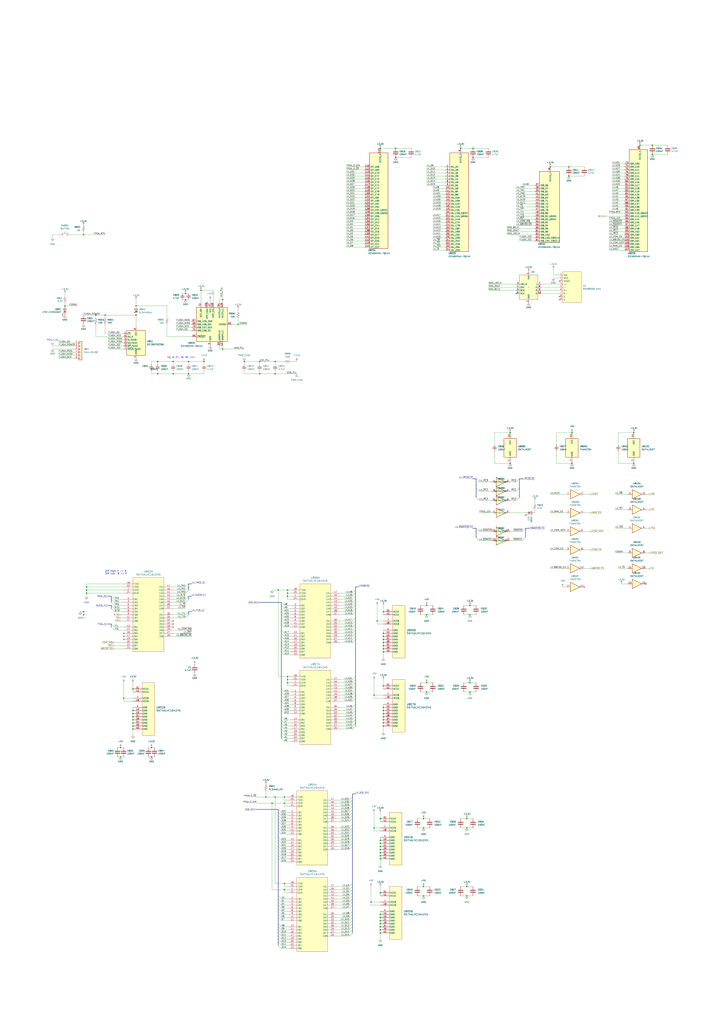
<source format=kicad_sch>
(kicad_sch (version 20230121) (generator eeschema)
  (paper "A1" portrait)
  (bus_alias "ABUS" (members "A0" "A1" "A2" "A3" "A4" "A5" "A6" "A7" "A8" "A9" "A10" "A11" "A12" "A13" "A14" "A15" "A16" "A17" "A18" "A19" "A20" "A21" "A22" "A23" "A24" "A25" "A26" "A27" "A28" "A29" "A30" "A31"))
  (junction (at 195.58 266.7))
  (junction (at 109.22 596.9))
  (junction (at 386.08 505.46))
  (junction (at 383.54 736.6))
  (junction (at 68.58 505.46))
  (junction (at 99.06 614.68))
  (junction (at 78.74 259.08))
  (junction (at 419.1 381))
  (junction (at 314.96 533.4))
  (junction (at 312.42 759.46))
  (junction (at 314.96 530.86))
  (junction (at 129.54 297.18))
  (junction (at 469.9 355.6))
  (junction (at 312.42 767.08))
  (junction (at 347.98 728.98))
  (junction (at 312.42 121.92))
  (junction (at 312.42 756.92))
  (junction (at 236.22 485.14))
  (junction (at 109.22 599.44))
  (junction (at 165.1 238.76))
  (junction (at 312.42 703.58))
  (junction (at 124.46 614.68))
  (junction (at 129.54 307.34))
  (junction (at 314.96 502.92))
  (junction (at 111.76 251.46))
  (junction (at 350.52 505.46))
  (junction (at 383.54 728.98))
  (junction (at 312.42 695.96))
  (junction (at 314.96 584.2))
  (junction (at 388.62 121.92))
  (junction (at 309.88 510.54))
  (junction (at 535.94 119.38))
  (junction (at 233.68 660.4))
  (junction (at 312.42 764.54))
  (junction (at 124.46 622.3))
  (junction (at 378.46 121.92))
  (junction (at 347.98 736.6))
  (junction (at 314.96 525.78))
  (junction (at 520.7 355.6))
  (junction (at 233.68 726.44))
  (junction (at 236.22 561.34))
  (junction (at 223.52 660.4))
  (junction (at 314.96 586.74))
  (junction (at 383.54 673.1))
  (junction (at 111.76 259.08))
  (junction (at 182.88 246.38))
  (junction (at 142.24 297.18))
  (junction (at 68.58 193.04))
  (junction (at 109.22 566.42))
  (junction (at 236.22 487.68))
  (junction (at 228.6 485.14))
  (junction (at 167.64 297.18))
  (junction (at 314.96 581.66))
  (junction (at 520.7 381))
  (junction (at 101.6 574.04))
  (junction (at 314.96 594.36))
  (junction (at 236.22 558.8))
  (junction (at 314.96 520.7))
  (junction (at 86.36 259.08))
  (junction (at 109.22 591.82))
  (junction (at 535.94 127))
  (junction (at 312.42 754.38))
  (junction (at 386.08 561.34))
  (junction (at 419.1 355.6))
  (junction (at 312.42 762))
  (junction (at 325.12 121.92))
  (junction (at 347.98 673.1))
  (junction (at 312.42 690.88))
  (junction (at 213.36 307.34))
  (junction (at 312.42 701.04))
  (junction (at 469.9 381))
  (junction (at 154.94 297.18))
  (junction (at 314.96 528.32))
  (junction (at 233.68 731.52))
  (junction (at 307.34 680.72))
  (junction (at 383.54 680.72))
  (junction (at 350.52 497.84))
  (junction (at 154.94 307.34))
  (junction (at 314.96 535.94))
  (junction (at 109.22 586.74))
  (junction (at 312.42 706.12))
  (junction (at 109.22 594.36))
  (junction (at 182.88 287.02))
  (junction (at 152.4 246.38))
  (junction (at 386.08 497.84))
  (junction (at 71.12 487.68))
  (junction (at 200.66 297.18))
  (junction (at 109.22 584.2))
  (junction (at 388.62 129.54))
  (junction (at 142.24 307.34))
  (junction (at 312.42 673.1))
  (junction (at 68.58 502.92))
  (junction (at 325.12 129.54))
  (junction (at 347.98 680.72))
  (junction (at 71.12 482.6))
  (junction (at 152.4 241.3))
  (junction (at 236.22 556.26))
  (junction (at 304.8 741.68))
  (junction (at 350.52 561.34))
  (junction (at 236.22 490.22))
  (junction (at 312.42 734.06))
  (junction (at 467.36 137.16))
  (junction (at 226.06 307.34))
  (junction (at 99.06 622.3))
  (junction (at 467.36 144.78))
  (junction (at 71.12 485.14))
  (junction (at 314.96 596.9))
  (junction (at 314.96 589.28))
  (junction (at 226.06 655.32))
  (junction (at 109.22 589.28))
  (junction (at 314.96 591.82))
  (junction (at 350.52 568.96))
  (junction (at 314.96 523.24))
  (junction (at 226.06 297.18))
  (junction (at 233.68 655.32))
  (junction (at 312.42 693.42))
  (junction (at 218.44 655.32))
  (junction (at 314.96 563.88))
  (junction (at 312.42 698.5))
  (junction (at 525.78 119.38))
  (junction (at 307.34 571.5))
  (junction (at 53.34 251.46))
  (junction (at 213.36 297.18))
  (junction (at 386.08 568.96))
  (junction (at 312.42 751.84))
  (junction (at 452.12 137.16))
  (no_connect (at 101.6 523.24))
  (no_connect (at 142.24 513.08))
  (no_connect (at 459.74 231.14))
  (no_connect (at 142.24 515.62))
  (no_connect (at 424.18 241.3))
  (no_connect (at 459.74 243.84))
  (no_connect (at 142.24 510.54))
  (no_connect (at 170.18 248.92))
  (no_connect (at 101.6 525.78))
  (no_connect (at 530.86 480.06))
  (no_connect (at 459.74 246.38))
  (no_connect (at 101.6 520.7))
  (no_connect (at 480.06 482.6))
  (bus_entry (at 287.02 660.4) (size 2.54 -2.54))
  (bus_entry (at 231.14 576.58) (size 2.54 2.54))
  (bus_entry (at 289.56 591.82) (size 2.54 -2.54))
  (bus_entry (at 228.6 751.84) (size 2.54 2.54))
  (bus_entry (at 287.02 746.76) (size 2.54 -2.54))
  (bus_entry (at 287.02 759.46) (size 2.54 -2.54))
  (bus_entry (at 154.94 480.06) (size -2.54 2.54))
  (bus_entry (at 287.02 668.02) (size 2.54 -2.54))
  (bus_entry (at 287.02 670.56) (size 2.54 -2.54))
  (bus_entry (at 287.02 665.48) (size 2.54 -2.54))
  (bus_entry (at 287.02 769.62) (size 2.54 -2.54))
  (bus_entry (at 228.6 777.24) (size 2.54 2.54))
  (bus_entry (at 231.14 508) (size 2.54 2.54))
  (bus_entry (at 289.56 568.96) (size 2.54 -2.54))
  (bus_entry (at 228.6 683.26) (size 2.54 2.54))
  (bus_entry (at 228.6 698.5) (size 2.54 2.54))
  (bus_entry (at 231.14 535.94) (size 2.54 2.54))
  (bus_entry (at 91.44 495.3) (size 2.54 2.54))
  (bus_entry (at 287.02 685.8) (size 2.54 -2.54))
  (bus_entry (at 231.14 604.52) (size 2.54 2.54))
  (bus_entry (at 228.6 744.22) (size 2.54 2.54))
  (bus_entry (at 91.44 490.22) (size 2.54 2.54))
  (bus_entry (at 228.6 678.18) (size 2.54 2.54))
  (bus_entry (at 289.56 574.04) (size 2.54 -2.54))
  (bus_entry (at 91.44 497.84) (size 2.54 2.54))
  (bus_entry (at 231.14 518.16) (size 2.54 2.54))
  (bus_entry (at 228.6 688.34) (size 2.54 2.54))
  (bus_entry (at 287.02 675.64) (size 2.54 -2.54))
  (bus_entry (at 431.8 434.34) (size -2.54 2.54))
  (bus_entry (at 231.14 594.36) (size 2.54 2.54))
  (bus_entry (at 154.94 485.14) (size -2.54 2.54))
  (bus_entry (at 228.6 769.62) (size 2.54 2.54))
  (bus_entry (at 231.14 528.32) (size 2.54 2.54))
  (bus_entry (at 228.6 774.7) (size 2.54 2.54))
  (bus_entry (at 287.02 736.6) (size 2.54 -2.54))
  (bus_entry (at 228.6 749.3) (size 2.54 2.54))
  (bus_entry (at 426.72 393.7) (size -2.54 2.54))
  (bus_entry (at 231.14 599.44) (size 2.54 2.54))
  (bus_entry (at 289.56 510.54) (size 2.54 -2.54))
  (bus_entry (at 231.14 574.04) (size 2.54 2.54))
  (bus_entry (at 231.14 568.96) (size 2.54 2.54))
  (bus_entry (at 91.44 513.08) (size 2.54 2.54))
  (bus_entry (at 228.6 695.96) (size 2.54 2.54))
  (bus_entry (at 289.56 492.76) (size 2.54 -2.54))
  (bus_entry (at 289.56 596.9) (size 2.54 -2.54))
  (bus_entry (at 287.02 693.42) (size 2.54 -2.54))
  (bus_entry (at 391.16 408.94) (size 2.54 2.54))
  (bus_entry (at 287.02 767.08) (size 2.54 -2.54))
  (bus_entry (at 289.56 490.22) (size 2.54 -2.54))
  (bus_entry (at 231.14 520.7) (size 2.54 2.54))
  (bus_entry (at 289.56 586.74) (size 2.54 -2.54))
  (bus_entry (at 231.14 579.12) (size 2.54 2.54))
  (bus_entry (at 287.02 744.22) (size 2.54 -2.54))
  (bus_entry (at 289.56 487.68) (size 2.54 -2.54))
  (bus_entry (at 287.02 762) (size 2.54 -2.54))
  (bus_entry (at 228.6 772.16) (size 2.54 2.54))
  (bus_entry (at 231.14 589.28) (size 2.54 2.54))
  (bus_entry (at 228.6 670.56) (size 2.54 2.54))
  (bus_entry (at 287.02 657.86) (size 2.54 -2.54))
  (bus_entry (at 287.02 695.96) (size 2.54 -2.54))
  (bus_entry (at 431.8 441.96) (size -2.54 2.54))
  (bus_entry (at 289.56 523.24) (size 2.54 -2.54))
  (bus_entry (at 289.56 518.16) (size 2.54 -2.54))
  (bus_entry (at 231.14 510.54) (size 2.54 2.54))
  (bus_entry (at 287.02 728.98) (size 2.54 -2.54))
  (bus_entry (at 287.02 690.88) (size 2.54 -2.54))
  (bus_entry (at 228.6 668.02) (size 2.54 2.54))
  (bus_entry (at 391.16 434.34) (size 2.54 2.54))
  (bus_entry (at 287.02 662.94) (size 2.54 -2.54))
  (bus_entry (at 228.6 680.72) (size 2.54 2.54))
  (bus_entry (at 228.6 675.64) (size 2.54 2.54))
  (bus_entry (at 228.6 690.88) (size 2.54 2.54))
  (bus_entry (at 152.4 492.76) (size 2.54 -2.54))
  (bus_entry (at 289.56 581.66) (size 2.54 -2.54))
  (bus_entry (at 287.02 739.14) (size 2.54 -2.54))
  (bus_entry (at 426.72 408.94) (size -2.54 2.54))
  (bus_entry (at 289.56 515.62) (size 2.54 -2.54))
  (bus_entry (at 231.14 505.46) (size 2.54 2.54))
  (bus_entry (at 231.14 500.38) (size 2.54 2.54))
  (bus_entry (at 289.56 497.84) (size 2.54 -2.54))
  (bus_entry (at 231.14 591.82) (size 2.54 2.54))
  (bus_entry (at 228.6 764.54) (size 2.54 2.54))
  (bus_entry (at 91.44 500.38) (size 2.54 2.54))
  (bus_entry (at 287.02 698.5) (size 2.54 -2.54))
  (bus_entry (at 289.56 502.92) (size 2.54 -2.54))
  (bus_entry (at 289.56 525.78) (size 2.54 -2.54))
  (bus_entry (at 289.56 513.08) (size 2.54 -2.54))
  (bus_entry (at 289.56 500.38) (size 2.54 -2.54))
  (bus_entry (at 228.6 665.48) (size 2.54 2.54))
  (bus_entry (at 289.56 528.32) (size 2.54 -2.54))
  (bus_entry (at 231.14 581.66) (size 2.54 2.54))
  (bus_entry (at 91.44 515.62) (size 2.54 2.54))
  (bus_entry (at 289.56 563.88) (size 2.54 -2.54))
  (bus_entry (at 231.14 523.24) (size 2.54 2.54))
  (bus_entry (at 287.02 756.92) (size 2.54 -2.54))
  (bus_entry (at 154.94 505.46) (size -2.54 2.54))
  (bus_entry (at 289.56 589.28) (size 2.54 -2.54))
  (bus_entry (at 289.56 566.42) (size 2.54 -2.54))
  (bus_entry (at 231.14 607.06) (size 2.54 2.54))
  (bus_entry (at 287.02 683.26) (size 2.54 -2.54))
  (bus_entry (at 228.6 767.08) (size 2.54 2.54))
  (bus_entry (at 287.02 688.34) (size 2.54 -2.54))
  (bus_entry (at 228.6 673.1) (size 2.54 2.54))
  (bus_entry (at 231.14 584.2) (size 2.54 2.54))
  (bus_entry (at 289.56 561.34) (size 2.54 -2.54))
  (bus_entry (at 91.44 492.76) (size 2.54 2.54))
  (bus_entry (at 228.6 739.14) (size 2.54 2.54))
  (bus_entry (at 289.56 520.7) (size 2.54 -2.54))
  (bus_entry (at 391.16 393.7) (size 2.54 2.54))
  (bus_entry (at 231.14 497.84) (size 2.54 2.54))
  (bus_entry (at 391.16 401.32) (size 2.54 2.54))
  (bus_entry (at 287.02 754.38) (size 2.54 -2.54))
  (bus_entry (at 152.4 495.3) (size 2.54 -2.54))
  (bus_entry (at 289.56 571.5) (size 2.54 -2.54))
  (bus_entry (at 228.6 741.68) (size 2.54 2.54))
  (bus_entry (at 287.02 751.84) (size 2.54 -2.54))
  (bus_entry (at 231.14 502.92) (size 2.54 2.54))
  (bus_entry (at 287.02 673.1) (size 2.54 -2.54))
  (bus_entry (at 154.94 482.6) (size -2.54 2.54))
  (bus_entry (at 228.6 762) (size 2.54 2.54))
  (bus_entry (at 287.02 741.68) (size 2.54 -2.54))
  (bus_entry (at 391.16 441.96) (size 2.54 2.54))
  (bus_entry (at 228.6 754.38) (size 2.54 2.54))
  (bus_entry (at 287.02 734.06) (size 2.54 -2.54))
  (bus_entry (at 228.6 706.12) (size 2.54 2.54))
  (bus_entry (at 231.14 513.08) (size 2.54 2.54))
  (bus_entry (at 154.94 502.92) (size -2.54 2.54))
  (bus_entry (at 231.14 525.78) (size 2.54 2.54))
  (bus_entry (at 289.56 495.3) (size 2.54 -2.54))
  (bus_entry (at 231.14 566.42) (size 2.54 2.54))
  (bus_entry (at 231.14 571.5) (size 2.54 2.54))
  (bus_entry (at 289.56 599.44) (size 2.54 -2.54))
  (bus_entry (at 287.02 680.72) (size 2.54 -2.54))
  (bus_entry (at 289.56 505.46) (size 2.54 -2.54))
  (bus_entry (at 228.6 746.76) (size 2.54 2.54))
  (bus_entry (at 426.72 401.32) (size -2.54 2.54))
  (bus_entry (at 228.6 693.42) (size 2.54 2.54))
  (bus_entry (at 228.6 736.6) (size 2.54 2.54))
  (bus_entry (at 231.14 495.3) (size 2.54 2.54))
  (bus_entry (at 231.14 530.86) (size 2.54 2.54))
  (bus_entry (at 289.56 584.2) (size 2.54 -2.54))
  (bus_entry (at 228.6 703.58) (size 2.54 2.54))
  (bus_entry (at 228.6 759.46) (size 2.54 2.54))
  (bus_entry (at 231.14 596.9) (size 2.54 2.54))
  (bus_entry (at 287.02 764.54) (size 2.54 -2.54))
  (bus_entry (at 289.56 558.8) (size 2.54 -2.54))
  (bus_entry (at 231.14 601.98) (size 2.54 2.54))
  (bus_entry (at 228.6 701.04) (size 2.54 2.54))
  (bus_entry (at 231.14 533.4) (size 2.54 2.54))
  (bus_entry (at 287.02 731.52) (size 2.54 -2.54))
  (bus_entry (at 289.56 576.58) (size 2.54 -2.54))
  (bus_entry (at 289.56 594.36) (size 2.54 -2.54))
  (wire (pts (xy 233.68 604.52) (xy 238.76 604.52)))
  (wire (pts (xy 284.48 203.2) (xy 299.72 203.2)))
  (wire (pts (xy 533.4 467.36) (xy 530.86 467.36)))
  (wire (pts (xy 312.42 749.3) (xy 312.42 751.84)))
  (bus (pts (xy 292.1 510.54) (xy 292.1 513.08)))
  (wire (pts (xy 231.14 749.3) (xy 236.22 749.3)))
  (wire (pts (xy 129.54 297.18) (xy 129.54 299.72)))
  (bus (pts (xy 154.94 480.06) (xy 154.94 482.6)))
  (wire (pts (xy 142.24 304.8) (xy 142.24 307.34)))
  (wire (pts (xy 233.68 591.82) (xy 238.76 591.82)))
  (wire (pts (xy 429.26 152.4) (xy 439.42 152.4)))
  (wire (pts (xy 99.06 622.3) (xy 96.52 622.3)))
  (wire (pts (xy 457.2 381) (xy 469.9 381)))
  (wire (pts (xy 86.36 274.32) (xy 101.6 274.32)))
  (wire (pts (xy 454.66 226.06) (xy 459.74 226.06)))
  (wire (pts (xy 365.76 162.56) (xy 355.6 162.56)))
  (wire (pts (xy 218.44 650.24) (xy 218.44 655.32)))
  (wire (pts (xy 231.14 668.02) (xy 236.22 668.02)))
  (wire (pts (xy 276.86 673.1) (xy 287.02 673.1)))
  (wire (pts (xy 480.06 452.12) (xy 485.14 452.12)))
  (wire (pts (xy 378.46 680.72) (xy 383.54 680.72)))
  (wire (pts (xy 233.68 579.12) (xy 238.76 579.12)))
  (bus (pts (xy 292.1 556.26) (xy 292.1 558.8)))
  (wire (pts (xy 505.46 434.34) (xy 515.62 434.34)))
  (wire (pts (xy 157.48 264.16) (xy 144.78 264.16)))
  (bus (pts (xy 231.14 495.3) (xy 213.36 495.3)))
  (wire (pts (xy 533.4 419.1) (xy 530.86 419.1)))
  (wire (pts (xy 284.48 187.96) (xy 299.72 187.96)))
  (wire (pts (xy 452.12 406.4) (xy 464.82 406.4)))
  (wire (pts (xy 236.22 492.76) (xy 236.22 490.22)))
  (wire (pts (xy 231.14 678.18) (xy 236.22 678.18)))
  (bus (pts (xy 289.56 749.3) (xy 289.56 751.84)))
  (bus (pts (xy 292.1 487.68) (xy 292.1 490.22)))
  (wire (pts (xy 167.64 304.8) (xy 167.64 307.34)))
  (wire (pts (xy 304.8 741.68) (xy 304.8 744.22)))
  (wire (pts (xy 279.4 497.84) (xy 289.56 497.84)))
  (wire (pts (xy 284.48 182.88) (xy 299.72 182.88)))
  (wire (pts (xy 314.96 525.78) (xy 314.96 528.32)))
  (wire (pts (xy 284.48 147.32) (xy 299.72 147.32)))
  (wire (pts (xy 284.48 167.64) (xy 299.72 167.64)))
  (wire (pts (xy 279.4 584.2) (xy 289.56 584.2)))
  (wire (pts (xy 284.48 195.58) (xy 299.72 195.58)))
  (wire (pts (xy 307.34 680.72) (xy 307.34 683.26)))
  (bus (pts (xy 228.6 759.46) (xy 228.6 762)))
  (wire (pts (xy 71.12 487.68) (xy 71.12 490.22)))
  (wire (pts (xy 533.4 406.4) (xy 530.86 406.4)))
  (wire (pts (xy 312.42 121.92) (xy 325.12 121.92)))
  (bus (pts (xy 292.1 584.2) (xy 292.1 586.74)))
  (wire (pts (xy 233.68 657.86) (xy 233.68 655.32)))
  (wire (pts (xy 101.6 287.02) (xy 88.9 287.02)))
  (bus (pts (xy 228.6 774.7) (xy 228.6 777.24)))
  (wire (pts (xy 279.4 525.78) (xy 289.56 525.78)))
  (wire (pts (xy 424.18 157.48) (xy 439.42 157.48)))
  (bus (pts (xy 289.56 693.42) (xy 289.56 695.96)))
  (wire (pts (xy 111.76 259.08) (xy 111.76 269.24)))
  (bus (pts (xy 292.1 495.3) (xy 292.1 497.84)))
  (wire (pts (xy 314.96 581.66) (xy 314.96 584.2)))
  (wire (pts (xy 233.68 662.94) (xy 233.68 660.4)))
  (bus (pts (xy 231.14 589.28) (xy 231.14 591.82)))
  (wire (pts (xy 233.68 726.44) (xy 236.22 726.44)))
  (wire (pts (xy 149.86 246.38) (xy 152.4 246.38)))
  (wire (pts (xy 513.08 165.1) (xy 502.92 165.1)))
  (wire (pts (xy 231.14 762) (xy 236.22 762)))
  (bus (pts (xy 289.56 652.78) (xy 289.56 655.32)))
  (wire (pts (xy 513.08 137.16) (xy 502.92 137.16)))
  (wire (pts (xy 233.68 581.66) (xy 238.76 581.66)))
  (wire (pts (xy 238.76 563.88) (xy 236.22 563.88)))
  (wire (pts (xy 213.36 307.34) (xy 226.06 307.34)))
  (wire (pts (xy 350.52 147.32) (xy 365.76 147.32)))
  (wire (pts (xy 233.68 609.6) (xy 238.76 609.6)))
  (wire (pts (xy 342.9 728.98) (xy 347.98 728.98)))
  (wire (pts (xy 233.68 523.24) (xy 238.76 523.24)))
  (wire (pts (xy 424.18 160.02) (xy 439.42 160.02)))
  (wire (pts (xy 500.38 185.42) (xy 513.08 185.42)))
  (wire (pts (xy 383.54 728.98) (xy 388.62 728.98)))
  (wire (pts (xy 381 568.96) (xy 386.08 568.96)))
  (wire (pts (xy 71.12 480.06) (xy 71.12 482.6)))
  (wire (pts (xy 314.96 533.4) (xy 314.96 535.94)))
  (bus (pts (xy 231.14 518.16) (xy 231.14 520.7)))
  (wire (pts (xy 347.98 673.1) (xy 353.06 673.1)))
  (wire (pts (xy 129.54 297.18) (xy 142.24 297.18)))
  (wire (pts (xy 238.76 561.34) (xy 236.22 561.34)))
  (wire (pts (xy 279.4 576.58) (xy 289.56 576.58)))
  (wire (pts (xy 226.06 726.44) (xy 233.68 726.44)))
  (wire (pts (xy 68.58 505.46) (xy 68.58 508)))
  (wire (pts (xy 535.94 119.38) (xy 548.64 119.38)))
  (wire (pts (xy 238.76 558.8) (xy 236.22 558.8)))
  (wire (pts (xy 231.14 690.88) (xy 236.22 690.88)))
  (wire (pts (xy 279.4 574.04) (xy 289.56 574.04)))
  (wire (pts (xy 78.74 266.7) (xy 78.74 276.86)))
  (wire (pts (xy 276.86 685.8) (xy 287.02 685.8)))
  (wire (pts (xy 279.4 513.08) (xy 289.56 513.08)))
  (wire (pts (xy 236.22 563.88) (xy 236.22 561.34)))
  (wire (pts (xy 312.42 673.1) (xy 312.42 675.64)))
  (bus (pts (xy 228.6 769.62) (xy 228.6 772.16)))
  (wire (pts (xy 401.32 238.76) (xy 424.18 238.76)))
  (bus (pts (xy 292.1 502.92) (xy 292.1 508)))
  (wire (pts (xy 68.58 259.08) (xy 78.74 259.08)))
  (wire (pts (xy 182.88 246.38) (xy 182.88 248.92)))
  (bus (pts (xy 289.56 744.22) (xy 289.56 749.3)))
  (wire (pts (xy 243.84 297.18) (xy 238.76 297.18)))
  (wire (pts (xy 276.86 680.72) (xy 287.02 680.72)))
  (wire (pts (xy 236.22 558.8) (xy 236.22 561.34)))
  (wire (pts (xy 365.76 182.88) (xy 355.6 182.88)))
  (bus (pts (xy 289.56 726.44) (xy 289.56 728.98)))
  (wire (pts (xy 365.76 165.1) (xy 355.6 165.1)))
  (wire (pts (xy 124.46 304.8) (xy 124.46 307.34)))
  (wire (pts (xy 513.08 157.48) (xy 502.92 157.48)))
  (wire (pts (xy 236.22 728.98) (xy 233.68 728.98)))
  (wire (pts (xy 279.4 563.88) (xy 289.56 563.88)))
  (wire (pts (xy 276.86 767.08) (xy 287.02 767.08)))
  (wire (pts (xy 452.12 421.64) (xy 464.82 421.64)))
  (wire (pts (xy 109.22 599.44) (xy 109.22 604.52)))
  (wire (pts (xy 142.24 497.84) (xy 152.4 497.84)))
  (bus (pts (xy 289.56 660.4) (xy 289.56 662.94)))
  (wire (pts (xy 238.76 487.68) (xy 236.22 487.68)))
  (wire (pts (xy 233.68 515.62) (xy 238.76 515.62)))
  (wire (pts (xy 480.06 406.4) (xy 485.14 406.4)))
  (bus (pts (xy 88.9 497.84) (xy 91.44 497.84)))
  (bus (pts (xy 292.1 581.66) (xy 292.1 584.2)))
  (wire (pts (xy 231.14 739.14) (xy 236.22 739.14)))
  (wire (pts (xy 508 467.36) (xy 515.62 467.36)))
  (wire (pts (xy 190.5 266.7) (xy 195.58 266.7)))
  (bus (pts (xy 228.6 767.08) (xy 228.6 769.62)))
  (wire (pts (xy 109.22 561.34) (xy 109.22 566.42)))
  (wire (pts (xy 513.08 144.78) (xy 502.92 144.78)))
  (wire (pts (xy 314.96 594.36) (xy 314.96 596.9)))
  (wire (pts (xy 535.94 127) (xy 548.64 127)))
  (wire (pts (xy 124.46 622.3) (xy 121.92 622.3)))
  (wire (pts (xy 124.46 297.18) (xy 124.46 299.72)))
  (wire (pts (xy 307.34 680.72) (xy 312.42 680.72)))
  (wire (pts (xy 312.42 759.46) (xy 312.42 762)))
  (wire (pts (xy 533.4 434.34) (xy 530.86 434.34)))
  (wire (pts (xy 124.46 614.68) (xy 127 614.68)))
  (wire (pts (xy 233.68 574.04) (xy 238.76 574.04)))
  (wire (pts (xy 231.14 746.76) (xy 236.22 746.76)))
  (wire (pts (xy 276.86 731.52) (xy 287.02 731.52)))
  (wire (pts (xy 365.76 195.58) (xy 355.6 195.58)))
  (wire (pts (xy 307.34 558.8) (xy 307.34 571.5)))
  (wire (pts (xy 457.2 355.6) (xy 457.2 365.76)))
  (wire (pts (xy 279.4 490.22) (xy 289.56 490.22)))
  (wire (pts (xy 233.68 530.86) (xy 238.76 530.86)))
  (wire (pts (xy 157.48 266.7) (xy 144.78 266.7)))
  (wire (pts (xy 231.14 670.56) (xy 236.22 670.56)))
  (wire (pts (xy 226.06 307.34) (xy 243.84 307.34)))
  (wire (pts (xy 355.6 198.12) (xy 365.76 198.12)))
  (bus (pts (xy 231.14 502.92) (xy 231.14 505.46)))
  (wire (pts (xy 307.34 571.5) (xy 307.34 574.04)))
  (wire (pts (xy 175.26 238.76) (xy 175.26 248.92)))
  (wire (pts (xy 231.14 764.54) (xy 236.22 764.54)))
  (wire (pts (xy 231.14 675.64) (xy 236.22 675.64)))
  (bus (pts (xy 228.6 741.68) (xy 228.6 744.22)))
  (bus (pts (xy 292.1 515.62) (xy 292.1 518.16)))
  (bus (pts (xy 231.14 510.54) (xy 231.14 513.08)))
  (wire (pts (xy 279.4 500.38) (xy 289.56 500.38)))
  (wire (pts (xy 101.6 284.48) (xy 88.9 284.48)))
  (wire (pts (xy 312.42 693.42) (xy 312.42 695.96)))
  (wire (pts (xy 68.58 193.04) (xy 86.36 193.04)))
  (wire (pts (xy 231.14 708.66) (xy 236.22 708.66)))
  (wire (pts (xy 124.46 307.34) (xy 129.54 307.34)))
  (wire (pts (xy 109.22 584.2) (xy 109.22 586.74)))
  (bus (pts (xy 231.14 591.82) (xy 231.14 594.36)))
  (bus (pts (xy 289.56 670.56) (xy 289.56 673.1)))
  (bus (pts (xy 91.44 490.22) (xy 91.44 492.76)))
  (wire (pts (xy 513.08 142.24) (xy 502.92 142.24)))
  (bus (pts (xy 292.1 563.88) (xy 292.1 566.42)))
  (wire (pts (xy 345.44 568.96) (xy 350.52 568.96)))
  (wire (pts (xy 381 505.46) (xy 386.08 505.46)))
  (bus (pts (xy 228.6 698.5) (xy 228.6 701.04)))
  (wire (pts (xy 378.46 736.6) (xy 383.54 736.6)))
  (wire (pts (xy 314.96 528.32) (xy 314.96 530.86)))
  (wire (pts (xy 480.06 421.64) (xy 485.14 421.64)))
  (wire (pts (xy 350.52 497.84) (xy 355.6 497.84)))
  (wire (pts (xy 365.76 167.64) (xy 355.6 167.64)))
  (bus (pts (xy 292.1 594.36) (xy 292.1 596.9)))
  (wire (pts (xy 109.22 586.74) (xy 109.22 589.28)))
  (wire (pts (xy 109.22 594.36) (xy 109.22 596.9)))
  (wire (pts (xy 154.94 297.18) (xy 154.94 299.72)))
  (wire (pts (xy 231.14 744.22) (xy 236.22 744.22)))
  (bus (pts (xy 289.56 665.48) (xy 289.56 668.02)))
  (wire (pts (xy 93.98 495.3) (xy 101.6 495.3)))
  (bus (pts (xy 231.14 566.42) (xy 231.14 568.96)))
  (bus (pts (xy 228.6 764.54) (xy 228.6 767.08)))
  (wire (pts (xy 43.18 195.58) (xy 43.18 193.04)))
  (wire (pts (xy 231.14 706.12) (xy 236.22 706.12)))
  (bus (pts (xy 292.1 652.78) (xy 289.56 652.78)))
  (wire (pts (xy 101.6 574.04) (xy 101.6 576.58)))
  (wire (pts (xy 236.22 556.26) (xy 236.22 558.8)))
  (wire (pts (xy 142.24 487.68) (xy 152.4 487.68)))
  (wire (pts (xy 231.14 673.1) (xy 236.22 673.1)))
  (bus (pts (xy 292.1 523.24) (xy 292.1 525.78)))
  (wire (pts (xy 284.48 137.16) (xy 299.72 137.16)))
  (wire (pts (xy 233.68 528.32) (xy 238.76 528.32)))
  (wire (pts (xy 68.58 508) (xy 71.12 508)))
  (wire (pts (xy 314.96 497.84) (xy 314.96 502.92)))
  (wire (pts (xy 469.9 355.6) (xy 457.2 355.6)))
  (wire (pts (xy 276.86 739.14) (xy 287.02 739.14)))
  (wire (pts (xy 233.68 586.74) (xy 238.76 586.74)))
  (wire (pts (xy 236.22 485.14) (xy 236.22 487.68)))
  (wire (pts (xy 180.34 287.02) (xy 182.88 287.02)))
  (wire (pts (xy 314.96 563.88) (xy 314.96 566.42)))
  (wire (pts (xy 43.18 193.04) (xy 48.26 193.04)))
  (bus (pts (xy 292.1 574.04) (xy 292.1 579.12)))
  (wire (pts (xy 279.4 515.62) (xy 289.56 515.62)))
  (wire (pts (xy 154.94 297.18) (xy 167.64 297.18)))
  (wire (pts (xy 231.14 767.08) (xy 236.22 767.08)))
  (wire (pts (xy 284.48 177.8) (xy 299.72 177.8)))
  (wire (pts (xy 284.48 142.24) (xy 299.72 142.24)))
  (bus (pts (xy 292.1 589.28) (xy 292.1 591.82)))
  (wire (pts (xy 279.4 594.36) (xy 289.56 594.36)))
  (bus (pts (xy 91.44 497.84) (xy 91.44 500.38)))
  (bus (pts (xy 228.6 703.58) (xy 228.6 706.12)))
  (wire (pts (xy 365.76 170.18) (xy 355.6 170.18)))
  (wire (pts (xy 68.58 190.5) (xy 68.58 193.04)))
  (wire (pts (xy 43.18 287.02) (xy 60.96 287.02)))
  (wire (pts (xy 312.42 754.38) (xy 312.42 756.92)))
  (bus (pts (xy 289.56 678.18) (xy 289.56 680.72)))
  (bus (pts (xy 289.56 754.38) (xy 289.56 756.92)))
  (wire (pts (xy 223.52 731.52) (xy 223.52 660.4)))
  (wire (pts (xy 93.98 533.4) (xy 101.6 533.4)))
  (wire (pts (xy 350.52 142.24) (xy 365.76 142.24)))
  (wire (pts (xy 279.4 561.34) (xy 289.56 561.34)))
  (wire (pts (xy 500.38 182.88) (xy 513.08 182.88)))
  (bus (pts (xy 228.6 772.16) (xy 228.6 774.7)))
  (bus (pts (xy 231.14 495.3) (xy 231.14 497.84)))
  (bus (pts (xy 228.6 693.42) (xy 228.6 695.96)))
  (wire (pts (xy 142.24 485.14) (xy 152.4 485.14)))
  (wire (pts (xy 231.14 774.7) (xy 236.22 774.7)))
  (bus (pts (xy 391.16 401.32) (xy 391.16 408.94)))
  (wire (pts (xy 195.58 261.62) (xy 195.58 266.7)))
  (wire (pts (xy 500.38 203.2) (xy 513.08 203.2)))
  (wire (pts (xy 279.4 518.16) (xy 289.56 518.16)))
  (wire (pts (xy 231.14 751.84) (xy 236.22 751.84)))
  (wire (pts (xy 101.6 487.68) (xy 71.12 487.68)))
  (wire (pts (xy 386.08 497.84) (xy 391.16 497.84)))
  (wire (pts (xy 236.22 734.06) (xy 233.68 734.06)))
  (wire (pts (xy 276.86 675.64) (xy 287.02 675.64)))
  (wire (pts (xy 401.32 233.68) (xy 424.18 233.68)))
  (wire (pts (xy 279.4 568.96) (xy 289.56 568.96)))
  (wire (pts (xy 152.4 246.38) (xy 154.94 246.38)))
  (wire (pts (xy 406.4 370.84) (xy 406.4 381)))
  (wire (pts (xy 99.06 505.46) (xy 101.6 505.46)))
  (wire (pts (xy 439.42 172.72) (xy 424.18 172.72)))
  (bus (pts (xy 228.6 746.76) (xy 228.6 749.3)))
  (wire (pts (xy 279.4 495.3) (xy 289.56 495.3)))
  (bus (pts (xy 154.94 490.22) (xy 157.48 490.22)))
  (wire (pts (xy 314.96 586.74) (xy 314.96 589.28)))
  (bus (pts (xy 292.1 513.08) (xy 292.1 515.62)))
  (wire (pts (xy 276.86 741.68) (xy 287.02 741.68)))
  (wire (pts (xy 93.98 497.84) (xy 101.6 497.84)))
  (wire (pts (xy 505.46 406.4) (xy 515.62 406.4)))
  (wire (pts (xy 500.38 190.5) (xy 513.08 190.5)))
  (wire (pts (xy 231.14 741.68) (xy 236.22 741.68)))
  (bus (pts (xy 231.14 571.5) (xy 231.14 574.04)))
  (wire (pts (xy 233.68 513.08) (xy 238.76 513.08)))
  (wire (pts (xy 200.66 307.34) (xy 213.36 307.34)))
  (wire (pts (xy 233.68 297.18) (xy 226.06 297.18)))
  (wire (pts (xy 154.94 304.8) (xy 154.94 307.34)))
  (wire (pts (xy 386.08 568.96) (xy 391.16 568.96)))
  (bus (pts (xy 292.1 508) (xy 292.1 510.54)))
  (wire (pts (xy 279.4 520.7) (xy 289.56 520.7)))
  (wire (pts (xy 312.42 668.02) (xy 312.42 673.1)))
  (wire (pts (xy 444.5 238.76) (xy 459.74 238.76)))
  (bus (pts (xy 289.56 657.86) (xy 289.56 660.4)))
  (wire (pts (xy 462.28 482.6) (xy 464.82 482.6)))
  (wire (pts (xy 99.06 614.68) (xy 101.6 614.68)))
  (bus (pts (xy 231.14 525.78) (xy 231.14 528.32)))
  (wire (pts (xy 200.66 297.18) (xy 213.36 297.18)))
  (wire (pts (xy 231.14 698.5) (xy 236.22 698.5)))
  (wire (pts (xy 195.58 256.54) (xy 195.58 254)))
  (wire (pts (xy 406.4 381) (xy 419.1 381)))
  (wire (pts (xy 439.42 167.64) (xy 424.18 167.64)))
  (wire (pts (xy 312.42 695.96) (xy 312.42 698.5)))
  (wire (pts (xy 233.68 594.36) (xy 238.76 594.36)))
  (wire (pts (xy 231.14 685.8) (xy 236.22 685.8)))
  (bus (pts (xy 289.56 734.06) (xy 289.56 736.6)))
  (wire (pts (xy 101.6 576.58) (xy 109.22 576.58)))
  (bus (pts (xy 292.1 497.84) (xy 292.1 500.38)))
  (bus (pts (xy 228.6 668.02) (xy 228.6 670.56)))
  (wire (pts (xy 111.76 246.38) (xy 111.76 251.46)))
  (wire (pts (xy 276.86 746.76) (xy 287.02 746.76)))
  (wire (pts (xy 284.48 200.66) (xy 299.72 200.66)))
  (bus (pts (xy 231.14 530.86) (xy 231.14 533.4)))
  (bus (pts (xy 289.56 759.46) (xy 289.56 762)))
  (wire (pts (xy 365.76 180.34) (xy 355.6 180.34)))
  (bus (pts (xy 231.14 500.38) (xy 231.14 502.92)))
  (wire (pts (xy 284.48 165.1) (xy 299.72 165.1)))
  (wire (pts (xy 307.34 574.04) (xy 314.96 574.04)))
  (wire (pts (xy 142.24 482.6) (xy 152.4 482.6)))
  (wire (pts (xy 307.34 683.26) (xy 312.42 683.26)))
  (wire (pts (xy 284.48 190.5) (xy 299.72 190.5)))
  (wire (pts (xy 314.96 530.86) (xy 314.96 533.4)))
  (wire (pts (xy 276.86 751.84) (xy 287.02 751.84)))
  (wire (pts (xy 500.38 193.04) (xy 513.08 193.04)))
  (wire (pts (xy 467.36 137.16) (xy 480.06 137.16)))
  (wire (pts (xy 284.48 149.86) (xy 299.72 149.86)))
  (bus (pts (xy 231.14 523.24) (xy 231.14 525.78)))
  (wire (pts (xy 172.72 246.38) (xy 172.72 248.92)))
  (wire (pts (xy 439.42 195.58) (xy 426.72 195.58)))
  (wire (pts (xy 452.12 452.12) (xy 464.82 452.12)))
  (wire (pts (xy 279.4 528.32) (xy 289.56 528.32)))
  (wire (pts (xy 284.48 144.78) (xy 299.72 144.78)))
  (wire (pts (xy 365.76 185.42) (xy 355.6 185.42)))
  (wire (pts (xy 510.54 480.06) (xy 515.62 480.06)))
  (wire (pts (xy 231.14 680.72) (xy 236.22 680.72)))
  (wire (pts (xy 137.16 261.62) (xy 137.16 251.46)))
  (wire (pts (xy 213.36 297.18) (xy 226.06 297.18)))
  (wire (pts (xy 233.68 660.4) (xy 236.22 660.4)))
  (wire (pts (xy 276.86 693.42) (xy 287.02 693.42)))
  (wire (pts (xy 228.6 556.26) (xy 236.22 556.26)))
  (bus (pts (xy 289.56 762) (xy 289.56 764.54)))
  (wire (pts (xy 530.86 454.66) (xy 533.4 454.66)))
  (wire (pts (xy 513.08 162.56) (xy 502.92 162.56)))
  (wire (pts (xy 109.22 581.66) (xy 109.22 584.2)))
  (bus (pts (xy 289.56 764.54) (xy 289.56 767.08)))
  (wire (pts (xy 238.76 492.76) (xy 236.22 492.76)))
  (wire (pts (xy 279.4 571.5) (xy 289.56 571.5)))
  (bus (pts (xy 231.14 520.7) (xy 231.14 523.24)))
  (bus (pts (xy 231.14 513.08) (xy 231.14 518.16)))
  (wire (pts (xy 99.06 614.68) (xy 96.52 614.68)))
  (wire (pts (xy 314.96 596.9) (xy 314.96 601.98)))
  (wire (pts (xy 312.42 690.88) (xy 312.42 693.42)))
  (wire (pts (xy 93.98 528.32) (xy 101.6 528.32)))
  (wire (pts (xy 109.22 589.28) (xy 109.22 591.82)))
  (bus (pts (xy 292.1 561.34) (xy 292.1 563.88)))
  (wire (pts (xy 124.46 622.3) (xy 127 622.3)))
  (bus (pts (xy 157.48 502.92) (xy 154.94 502.92)))
  (wire (pts (xy 314.96 579.12) (xy 314.96 581.66)))
  (wire (pts (xy 142.24 500.38) (xy 152.4 500.38)))
  (bus (pts (xy 228.6 675.64) (xy 228.6 678.18)))
  (wire (pts (xy 137.16 251.46) (xy 111.76 251.46)))
  (wire (pts (xy 312.42 762) (xy 312.42 764.54)))
  (wire (pts (xy 279.4 596.9) (xy 289.56 596.9)))
  (wire (pts (xy 429.26 444.5) (xy 419.1 444.5)))
  (bus (pts (xy 391.16 434.34) (xy 388.62 434.34)))
  (wire (pts (xy 231.14 683.26) (xy 236.22 683.26)))
  (bus (pts (xy 228.6 701.04) (xy 228.6 703.58)))
  (wire (pts (xy 124.46 297.18) (xy 129.54 297.18)))
  (wire (pts (xy 480.06 467.36) (xy 485.14 467.36)))
  (wire (pts (xy 513.08 147.32) (xy 502.92 147.32)))
  (wire (pts (xy 276.86 683.26) (xy 287.02 683.26)))
  (bus (pts (xy 289.56 668.02) (xy 289.56 670.56)))
  (wire (pts (xy 279.4 487.68) (xy 289.56 487.68)))
  (wire (pts (xy 233.68 576.58) (xy 238.76 576.58)))
  (bus (pts (xy 289.56 731.52) (xy 289.56 734.06)))
  (wire (pts (xy 500.38 180.34) (xy 513.08 180.34)))
  (wire (pts (xy 53.34 241.3) (xy 53.34 243.84)))
  (bus (pts (xy 228.6 706.12) (xy 228.6 736.6)))
  (wire (pts (xy 419.1 421.64) (xy 431.8 421.64)))
  (wire (pts (xy 312.42 703.58) (xy 312.42 706.12)))
  (wire (pts (xy 513.08 167.64) (xy 502.92 167.64)))
  (wire (pts (xy 279.4 589.28) (xy 289.56 589.28)))
  (wire (pts (xy 284.48 152.4) (xy 299.72 152.4)))
  (wire (pts (xy 393.7 436.88) (xy 403.86 436.88)))
  (wire (pts (xy 78.74 261.62) (xy 78.74 259.08)))
  (wire (pts (xy 314.96 518.16) (xy 314.96 520.7)))
  (wire (pts (xy 228.6 556.26) (xy 228.6 485.14)))
  (wire (pts (xy 513.08 175.26) (xy 500.38 175.26)))
  (wire (pts (xy 284.48 198.12) (xy 299.72 198.12)))
  (wire (pts (xy 226.06 726.44) (xy 226.06 655.32)))
  (wire (pts (xy 279.4 502.92) (xy 289.56 502.92)))
  (wire (pts (xy 314.96 558.8) (xy 314.96 563.88)))
  (wire (pts (xy 355.6 200.66) (xy 365.76 200.66)))
  (wire (pts (xy 210.82 655.32) (xy 218.44 655.32)))
  (wire (pts (xy 109.22 591.82) (xy 109.22 594.36)))
  (wire (pts (xy 365.76 157.48) (xy 355.6 157.48)))
  (bus (pts (xy 231.14 576.58) (xy 231.14 579.12)))
  (wire (pts (xy 439.42 198.12) (xy 426.72 198.12)))
  (wire (pts (xy 454.66 228.6) (xy 459.74 228.6)))
  (bus (pts (xy 292.1 520.7) (xy 292.1 523.24)))
  (wire (pts (xy 276.86 670.56) (xy 287.02 670.56)))
  (wire (pts (xy 513.08 139.7) (xy 502.92 139.7)))
  (wire (pts (xy 383.54 680.72) (xy 388.62 680.72)))
  (bus (pts (xy 228.6 744.22) (xy 228.6 746.76)))
  (wire (pts (xy 279.4 599.44) (xy 289.56 599.44)))
  (wire (pts (xy 416.56 187.96) (xy 439.42 187.96)))
  (wire (pts (xy 325.12 121.92) (xy 337.82 121.92)))
  (bus (pts (xy 228.6 678.18) (xy 228.6 680.72)))
  (bus (pts (xy 292.1 558.8) (xy 292.1 561.34)))
  (bus (pts (xy 289.56 680.72) (xy 289.56 683.26)))
  (wire (pts (xy 393.7 444.5) (xy 403.86 444.5)))
  (wire (pts (xy 223.52 485.14) (xy 228.6 485.14)))
  (wire (pts (xy 325.12 129.54) (xy 337.82 129.54)))
  (wire (pts (xy 284.48 157.48) (xy 299.72 157.48)))
  (wire (pts (xy 53.34 248.92) (xy 53.34 251.46)))
  (bus (pts (xy 289.56 728.98) (xy 289.56 731.52)))
  (wire (pts (xy 284.48 185.42) (xy 299.72 185.42)))
  (bus (pts (xy 228.6 683.26) (xy 228.6 688.34)))
  (wire (pts (xy 314.96 589.28) (xy 314.96 591.82)))
  (wire (pts (xy 312.42 688.34) (xy 312.42 690.88)))
  (wire (pts (xy 233.68 538.48) (xy 238.76 538.48)))
  (wire (pts (xy 355.6 203.2) (xy 365.76 203.2)))
  (wire (pts (xy 276.86 769.62) (xy 287.02 769.62)))
  (wire (pts (xy 142.24 297.18) (xy 154.94 297.18)))
  (bus (pts (xy 289.56 751.84) (xy 289.56 754.38)))
  (wire (pts (xy 500.38 198.12) (xy 513.08 198.12)))
  (wire (pts (xy 342.9 673.1) (xy 347.98 673.1)))
  (wire (pts (xy 309.88 497.84) (xy 309.88 510.54)))
  (wire (pts (xy 231.14 693.42) (xy 236.22 693.42)))
  (wire (pts (xy 520.7 355.6) (xy 508 355.6)))
  (wire (pts (xy 233.68 571.5) (xy 238.76 571.5)))
  (wire (pts (xy 350.52 149.86) (xy 365.76 149.86)))
  (wire (pts (xy 180.34 287.02) (xy 180.34 284.48)))
  (wire (pts (xy 86.36 259.08) (xy 111.76 259.08)))
  (wire (pts (xy 276.86 668.02) (xy 287.02 668.02)))
  (wire (pts (xy 109.22 596.9) (xy 109.22 599.44)))
  (wire (pts (xy 454.66 220.98) (xy 454.66 226.06)))
  (wire (pts (xy 309.88 513.08) (xy 314.96 513.08)))
  (wire (pts (xy 165.1 238.76) (xy 165.1 248.92)))
  (wire (pts (xy 43.18 284.48) (xy 60.96 284.48)))
  (wire (pts (xy 276.86 698.5) (xy 287.02 698.5)))
  (wire (pts (xy 231.14 703.58) (xy 236.22 703.58)))
  (wire (pts (xy 312.42 734.06) (xy 312.42 736.6)))
  (bus (pts (xy 292.1 492.76) (xy 292.1 495.3)))
  (wire (pts (xy 312.42 706.12) (xy 312.42 711.2)))
  (wire (pts (xy 424.18 411.48) (xy 419.1 411.48)))
  (wire (pts (xy 439.42 419.1) (xy 439.42 421.64)))
  (wire (pts (xy 78.74 276.86) (xy 101.6 276.86)))
  (wire (pts (xy 307.34 571.5) (xy 314.96 571.5)))
  (bus (pts (xy 228.6 695.96) (xy 228.6 698.5)))
  (wire (pts (xy 231.14 779.78) (xy 236.22 779.78)))
  (wire (pts (xy 195.58 266.7) (xy 203.2 266.7)))
  (wire (pts (xy 312.42 756.92) (xy 312.42 759.46)))
  (wire (pts (xy 406.4 355.6) (xy 406.4 365.76)))
  (wire (pts (xy 386.08 505.46) (xy 391.16 505.46)))
  (bus (pts (xy 231.14 584.2) (xy 231.14 589.28)))
  (bus (pts (xy 292.1 518.16) (xy 292.1 520.7)))
  (wire (pts (xy 424.18 180.34) (xy 439.42 180.34)))
  (bus (pts (xy 289.56 685.8) (xy 289.56 688.34)))
  (wire (pts (xy 378.46 728.98) (xy 383.54 728.98)))
  (wire (pts (xy 393.7 411.48) (xy 403.86 411.48)))
  (bus (pts (xy 231.14 568.96) (xy 231.14 571.5)))
  (wire (pts (xy 236.22 490.22) (xy 238.76 490.22)))
  (wire (pts (xy 93.98 515.62) (xy 101.6 515.62)))
  (wire (pts (xy 157.48 518.16) (xy 142.24 518.16)))
  (wire (pts (xy 513.08 154.94) (xy 502.92 154.94)))
  (wire (pts (xy 279.4 505.46) (xy 289.56 505.46)))
  (bus (pts (xy 231.14 505.46) (xy 231.14 508)))
  (bus (pts (xy 292.1 485.14) (xy 292.1 487.68)))
  (wire (pts (xy 365.76 190.5) (xy 355.6 190.5)))
  (wire (pts (xy 312.42 698.5) (xy 312.42 701.04)))
  (wire (pts (xy 342.9 736.6) (xy 347.98 736.6)))
  (wire (pts (xy 500.38 205.74) (xy 513.08 205.74)))
  (wire (pts (xy 279.4 492.76) (xy 289.56 492.76)))
  (bus (pts (xy 289.56 690.88) (xy 289.56 693.42)))
  (wire (pts (xy 233.68 500.38) (xy 238.76 500.38)))
  (bus (pts (xy 289.56 673.1) (xy 289.56 678.18)))
  (wire (pts (xy 231.14 701.04) (xy 236.22 701.04)))
  (wire (pts (xy 309.88 510.54) (xy 309.88 513.08)))
  (wire (pts (xy 424.18 175.26) (xy 439.42 175.26)))
  (bus (pts (xy 231.14 533.4) (xy 231.14 535.94)))
  (wire (pts (xy 307.34 668.02) (xy 307.34 680.72)))
  (wire (pts (xy 312.42 751.84) (xy 312.42 754.38)))
  (wire (pts (xy 393.7 396.24) (xy 403.86 396.24)))
  (wire (pts (xy 226.06 655.32) (xy 233.68 655.32)))
  (wire (pts (xy 233.68 510.54) (xy 238.76 510.54)))
  (wire (pts (xy 279.4 566.42) (xy 289.56 566.42)))
  (wire (pts (xy 60.96 281.94) (xy 48.26 281.94)))
  (wire (pts (xy 424.18 403.86) (xy 419.1 403.86)))
  (wire (pts (xy 63.5 251.46) (xy 53.34 251.46)))
  (wire (pts (xy 68.58 502.92) (xy 71.12 502.92)))
  (wire (pts (xy 452.12 436.88) (xy 464.82 436.88)))
  (wire (pts (xy 152.4 241.3) (xy 154.94 241.3)))
  (wire (pts (xy 231.14 772.16) (xy 236.22 772.16)))
  (wire (pts (xy 233.68 505.46) (xy 238.76 505.46)))
  (wire (pts (xy 365.76 187.96) (xy 355.6 187.96)))
  (wire (pts (xy 233.68 731.52) (xy 236.22 731.52)))
  (wire (pts (xy 154.94 307.34) (xy 167.64 307.34)))
  (wire (pts (xy 452.12 467.36) (xy 464.82 467.36)))
  (wire (pts (xy 500.38 195.58) (xy 513.08 195.58)))
  (wire (pts (xy 276.86 734.06) (xy 287.02 734.06)))
  (wire (pts (xy 276.86 759.46) (xy 287.02 759.46)))
  (wire (pts (xy 416.56 193.04) (xy 439.42 193.04)))
  (wire (pts (xy 142.24 490.22) (xy 152.4 490.22)))
  (wire (pts (xy 345.44 561.34) (xy 350.52 561.34)))
  (wire (pts (xy 350.52 137.16) (xy 365.76 137.16)))
  (wire (pts (xy 233.68 601.98) (xy 238.76 601.98)))
  (bus (pts (xy 228.6 690.88) (xy 228.6 693.42)))
  (wire (pts (xy 424.18 154.94) (xy 439.42 154.94)))
  (wire (pts (xy 452.12 137.16) (xy 467.36 137.16)))
  (wire (pts (xy 276.86 728.98) (xy 287.02 728.98)))
  (wire (pts (xy 513.08 172.72) (xy 502.92 172.72)))
  (wire (pts (xy 284.48 180.34) (xy 299.72 180.34)))
  (wire (pts (xy 439.42 411.48) (xy 439.42 414.02)))
  (wire (pts (xy 304.8 741.68) (xy 312.42 741.68)))
  (wire (pts (xy 142.24 508) (xy 152.4 508)))
  (wire (pts (xy 182.88 287.02) (xy 200.66 287.02)))
  (wire (pts (xy 513.08 160.02) (xy 502.92 160.02)))
  (wire (pts (xy 284.48 139.7) (xy 299.72 139.7)))
  (bus (pts (xy 426.72 401.32) (xy 426.72 408.94)))
  (wire (pts (xy 99.06 508) (xy 101.6 508)))
  (wire (pts (xy 513.08 170.18) (xy 502.92 170.18)))
  (bus (pts (xy 228.6 749.3) (xy 228.6 751.84)))
  (wire (pts (xy 121.92 614.68) (xy 124.46 614.68)))
  (bus (pts (xy 228.6 762) (xy 228.6 764.54)))
  (wire (pts (xy 60.96 292.1) (xy 48.26 292.1)))
  (wire (pts (xy 276.86 662.94) (xy 287.02 662.94)))
  (bus (pts (xy 228.6 673.1) (xy 228.6 675.64)))
  (wire (pts (xy 279.4 581.66) (xy 289.56 581.66)))
  (wire (pts (xy 236.22 662.94) (xy 233.68 662.94)))
  (wire (pts (xy 312.42 767.08) (xy 312.42 772.16)))
  (wire (pts (xy 233.68 535.94) (xy 238.76 535.94)))
  (wire (pts (xy 314.96 520.7) (xy 314.96 523.24)))
  (wire (pts (xy 424.18 162.56) (xy 439.42 162.56)))
  (wire (pts (xy 388.62 121.92) (xy 401.32 121.92)))
  (wire (pts (xy 218.44 655.32) (xy 226.06 655.32)))
  (wire (pts (xy 101.6 279.4) (xy 88.9 279.4)))
  (bus (pts (xy 431.8 434.34) (xy 434.34 434.34)))
  (wire (pts (xy 350.52 144.78) (xy 365.76 144.78)))
  (bus (pts (xy 91.44 513.08) (xy 91.44 515.62)))
  (bus (pts (xy 292.1 525.78) (xy 292.1 556.26)))
  (wire (pts (xy 314.96 584.2) (xy 314.96 586.74)))
  (wire (pts (xy 276.86 754.38) (xy 287.02 754.38)))
  (bus (pts (xy 431.8 441.96) (xy 431.8 434.34)))
  (wire (pts (xy 157.48 276.86) (xy 137.16 276.86)))
  (bus (pts (xy 231.14 579.12) (xy 231.14 581.66)))
  (wire (pts (xy 101.6 281.94) (xy 88.9 281.94)))
  (wire (pts (xy 314.96 523.24) (xy 314.96 525.78)))
  (wire (pts (xy 48.26 294.64) (xy 60.96 294.64)))
  (wire (pts (xy 342.9 680.72) (xy 347.98 680.72)))
  (wire (pts (xy 350.52 568.96) (xy 355.6 568.96)))
  (wire (pts (xy 93.98 530.86) (xy 101.6 530.86)))
  (wire (pts (xy 231.14 769.62) (xy 236.22 769.62)))
  (wire (pts (xy 236.22 487.68) (xy 236.22 490.22)))
  (bus (pts (xy 231.14 574.04) (xy 231.14 576.58)))
  (wire (pts (xy 350.52 561.34) (xy 355.6 561.34)))
  (bus (pts (xy 292.1 500.38) (xy 292.1 502.92)))
  (wire (pts (xy 71.12 485.14) (xy 71.12 487.68)))
  (wire (pts (xy 233.68 568.96) (xy 238.76 568.96)))
  (bus (pts (xy 231.14 596.9) (xy 231.14 599.44)))
  (wire (pts (xy 279.4 510.54) (xy 289.56 510.54)))
  (wire (pts (xy 71.12 485.14) (xy 101.6 485.14)))
  (wire (pts (xy 393.7 421.64) (xy 403.86 421.64)))
  (wire (pts (xy 142.24 523.24) (xy 157.48 523.24)))
  (bus (pts (xy 289.56 662.94) (xy 289.56 665.48)))
  (wire (pts (xy 60.96 289.56) (xy 48.26 289.56)))
  (wire (pts (xy 142.24 307.34) (xy 154.94 307.34)))
  (wire (pts (xy 101.6 574.04) (xy 109.22 574.04)))
  (wire (pts (xy 314.96 591.82) (xy 314.96 594.36)))
  (wire (pts (xy 365.76 172.72) (xy 355.6 172.72)))
  (wire (pts (xy 439.42 165.1) (xy 424.18 165.1)))
  (bus (pts (xy 289.56 736.6) (xy 289.56 739.14)))
  (wire (pts (xy 276.86 736.6) (xy 287.02 736.6)))
  (wire (pts (xy 381 561.34) (xy 386.08 561.34)))
  (wire (pts (xy 137.16 276.86) (xy 137.16 266.7)))
  (wire (pts (xy 182.88 246.38) (xy 182.88 236.22)))
  (wire (pts (xy 500.38 187.96) (xy 513.08 187.96)))
  (bus (pts (xy 157.48 480.06) (xy 154.94 480.06)))
  (wire (pts (xy 497.84 177.8) (xy 513.08 177.8)))
  (wire (pts (xy 508 370.84) (xy 508 381)))
  (wire (pts (xy 345.44 505.46) (xy 350.52 505.46)))
  (wire (pts (xy 231.14 754.38) (xy 236.22 754.38)))
  (wire (pts (xy 142.24 505.46) (xy 152.4 505.46)))
  (bus (pts (xy 292.1 579.12) (xy 292.1 581.66)))
  (wire (pts (xy 457.2 370.84) (xy 457.2 381)))
  (wire (pts (xy 429.26 436.88) (xy 419.1 436.88)))
  (bus (pts (xy 426.72 393.7) (xy 426.72 401.32)))
  (wire (pts (xy 276.86 665.48) (xy 287.02 665.48)))
  (wire (pts (xy 312.42 701.04) (xy 312.42 703.58)))
  (bus (pts (xy 289.56 756.92) (xy 289.56 759.46)))
  (bus (pts (xy 154.94 502.92) (xy 154.94 505.46)))
  (wire (pts (xy 284.48 154.94) (xy 299.72 154.94)))
  (wire (pts (xy 284.48 170.18) (xy 299.72 170.18)))
  (wire (pts (xy 439.42 185.42) (xy 424.18 185.42)))
  (bus (pts (xy 289.56 695.96) (xy 289.56 726.44)))
  (wire (pts (xy 416.56 190.5) (xy 439.42 190.5)))
  (bus (pts (xy 292.1 591.82) (xy 292.1 594.36)))
  (wire (pts (xy 513.08 134.62) (xy 502.92 134.62)))
  (wire (pts (xy 180.34 246.38) (xy 180.34 248.92)))
  (wire (pts (xy 508 355.6) (xy 508 365.76)))
  (wire (pts (xy 142.24 520.7) (xy 157.48 520.7)))
  (bus (pts (xy 292.1 586.74) (xy 292.1 589.28)))
  (bus (pts (xy 391.16 393.7) (xy 391.16 401.32)))
  (bus (pts (xy 231.14 581.66) (xy 231.14 584.2)))
  (wire (pts (xy 365.76 160.02) (xy 355.6 160.02)))
  (bus (pts (xy 228.6 751.84) (xy 228.6 754.38)))
  (bus (pts (xy 231.14 594.36) (xy 231.14 596.9)))
  (wire (pts (xy 99.06 510.54) (xy 101.6 510.54)))
  (wire (pts (xy 233.68 508) (xy 238.76 508)))
  (wire (pts (xy 66.04 502.92) (xy 68.58 502.92)))
  (wire (pts (xy 101.6 561.34) (xy 101.6 574.04)))
  (wire (pts (xy 345.44 497.84) (xy 350.52 497.84)))
  (bus (pts (xy 289.56 688.34) (xy 289.56 690.88)))
  (wire (pts (xy 284.48 175.26) (xy 299.72 175.26)))
  (wire (pts (xy 284.48 160.02) (xy 299.72 160.02)))
  (wire (pts (xy 223.52 731.52) (xy 233.68 731.52)))
  (wire (pts (xy 365.76 154.94) (xy 355.6 154.94)))
  (wire (pts (xy 386.08 561.34) (xy 391.16 561.34)))
  (wire (pts (xy 276.86 688.34) (xy 287.02 688.34)))
  (wire (pts (xy 378.46 121.92) (xy 388.62 121.92)))
  (bus (pts (xy 228.6 665.48) (xy 210.82 665.48)))
  (wire (pts (xy 233.68 607.06) (xy 238.76 607.06)))
  (wire (pts (xy 500.38 200.66) (xy 513.08 200.66)))
  (bus (pts (xy 88.9 513.08) (xy 91.44 513.08)))
  (wire (pts (xy 383.54 736.6) (xy 388.62 736.6)))
  (wire (pts (xy 378.46 673.1) (xy 383.54 673.1)))
  (wire (pts (xy 233.68 525.78) (xy 238.76 525.78)))
  (wire (pts (xy 381 497.84) (xy 386.08 497.84)))
  (wire (pts (xy 424.18 396.24) (xy 419.1 396.24)))
  (bus (pts (xy 231.14 528.32) (xy 231.14 530.86)))
  (wire (pts (xy 71.12 482.6) (xy 71.12 485.14)))
  (wire (pts (xy 276.86 690.88) (xy 287.02 690.88)))
  (bus (pts (xy 154.94 482.6) (xy 154.94 485.14)))
  (wire (pts (xy 58.42 193.04) (xy 68.58 193.04)))
  (wire (pts (xy 213.36 299.72) (xy 213.36 297.18)))
  (wire (pts (xy 347.98 736.6) (xy 353.06 736.6)))
  (wire (pts (xy 347.98 680.72) (xy 353.06 680.72)))
  (wire (pts (xy 210.82 660.4) (xy 223.52 660.4)))
  (wire (pts (xy 142.24 299.72) (xy 142.24 297.18)))
  (wire (pts (xy 142.24 492.76) (xy 152.4 492.76)))
  (bus (pts (xy 228.6 680.72) (xy 228.6 683.26)))
  (wire (pts (xy 200.66 307.34) (xy 200.66 304.8)))
  (bus (pts (xy 292.1 568.96) (xy 292.1 571.5)))
  (wire (pts (xy 223.52 660.4) (xy 233.68 660.4)))
  (wire (pts (xy 467.36 144.78) (xy 480.06 144.78)))
  (wire (pts (xy 513.08 152.4) (xy 502.92 152.4)))
  (wire (pts (xy 233.68 734.06) (xy 233.68 731.52)))
  (wire (pts (xy 276.86 657.86) (xy 287.02 657.86)))
  (wire (pts (xy 101.6 480.06) (xy 71.12 480.06)))
  (wire (pts (xy 424.18 182.88) (xy 439.42 182.88)))
  (bus (pts (xy 231.14 535.94) (xy 231.14 566.42)))
  (wire (pts (xy 236.22 556.26) (xy 238.76 556.26)))
  (wire (pts (xy 401.32 236.22) (xy 424.18 236.22)))
  (wire (pts (xy 439.42 170.18) (xy 424.18 170.18)))
  (wire (pts (xy 314.96 535.94) (xy 314.96 541.02)))
  (wire (pts (xy 350.52 152.4) (xy 365.76 152.4)))
  (wire (pts (xy 228.6 485.14) (xy 236.22 485.14)))
  (wire (pts (xy 93.98 500.38) (xy 101.6 500.38)))
  (wire (pts (xy 284.48 162.56) (xy 299.72 162.56)))
  (wire (pts (xy 236.22 657.86) (xy 233.68 657.86)))
  (wire (pts (xy 444.5 241.3) (xy 459.74 241.3)))
  (wire (pts (xy 167.64 297.18) (xy 167.64 299.72)))
  (bus (pts (xy 154.94 492.76) (xy 154.94 490.22)))
  (bus (pts (xy 228.6 736.6) (xy 228.6 739.14)))
  (wire (pts (xy 226.06 297.18) (xy 226.06 299.72)))
  (wire (pts (xy 505.46 419.1) (xy 515.62 419.1)))
  (wire (pts (xy 276.86 660.4) (xy 287.02 660.4)))
  (bus (pts (xy 228.6 739.14) (xy 228.6 741.68)))
  (bus (pts (xy 228.6 665.48) (xy 228.6 668.02)))
  (bus (pts (xy 289.56 741.68) (xy 289.56 744.22)))
  (bus (pts (xy 228.6 754.38) (xy 228.6 759.46)))
  (wire (pts (xy 236.22 485.14) (xy 238.76 485.14)))
  (wire (pts (xy 279.4 523.24) (xy 289.56 523.24)))
  (wire (pts (xy 152.4 241.3) (xy 149.86 241.3)))
  (wire (pts (xy 86.36 266.7) (xy 86.36 274.32)))
  (bus (pts (xy 228.6 670.56) (xy 228.6 673.1)))
  (wire (pts (xy 508 381) (xy 520.7 381)))
  (wire (pts (xy 99.06 622.3) (xy 101.6 622.3)))
  (wire (pts (xy 157.48 271.78) (xy 144.78 271.78)))
  (wire (pts (xy 233.68 596.9) (xy 238.76 596.9)))
  (wire (pts (xy 213.36 304.8) (xy 213.36 307.34)))
  (wire (pts (xy 233.68 599.44) (xy 238.76 599.44)))
  (wire (pts (xy 309.88 510.54) (xy 314.96 510.54)))
  (wire (pts (xy 233.68 533.4) (xy 238.76 533.4)))
  (bus (pts (xy 228.6 688.34) (xy 228.6 690.88)))
  (wire (pts (xy 276.86 764.54) (xy 287.02 764.54)))
  (wire (pts (xy 525.78 119.38) (xy 535.94 119.38)))
  (wire (pts (xy 78.74 259.08) (xy 86.36 259.08)))
  (wire (pts (xy 129.54 304.8) (xy 129.54 307.34)))
  (wire (pts (xy 312.42 764.54) (xy 312.42 767.08)))
  (wire (pts (xy 233.68 497.84) (xy 238.76 497.84)))
  (wire (pts (xy 505.46 454.66) (xy 515.62 454.66)))
  (wire (pts (xy 233.68 655.32) (xy 236.22 655.32)))
  (wire (pts (xy 93.98 518.16) (xy 101.6 518.16)))
  (wire (pts (xy 276.86 762) (xy 287.02 762)))
  (wire (pts (xy 279.4 586.74) (xy 289.56 586.74)))
  (wire (pts (xy 129.54 307.34) (xy 142.24 307.34)))
  (wire (pts (xy 419.1 355.6) (xy 406.4 355.6)))
  (wire (pts (xy 93.98 492.76) (xy 101.6 492.76)))
  (bus (pts (xy 429.26 393.7) (xy 426.72 393.7)))
  (wire (pts (xy 424.18 177.8) (xy 439.42 177.8)))
  (wire (pts (xy 231.14 695.96) (xy 236.22 695.96)))
  (wire (pts (xy 231.14 756.92) (xy 236.22 756.92)))
  (wire (pts (xy 444.5 236.22) (xy 459.74 236.22)))
  (bus (pts (xy 231.14 604.52) (xy 231.14 607.06)))
  (wire (pts (xy 68.58 502.92) (xy 68.58 505.46)))
  (wire (pts (xy 513.08 149.86) (xy 502.92 149.86)))
  (wire (pts (xy 276.86 744.22) (xy 287.02 744.22)))
  (wire (pts (xy 350.52 505.46) (xy 355.6 505.46)))
  (wire (pts (xy 109.22 566.42) (xy 109.22 568.96)))
  (wire (pts (xy 383.54 673.1) (xy 388.62 673.1)))
  (wire (pts (xy 304.8 744.22) (xy 312.42 744.22)))
  (wire (pts (xy 226.06 304.8) (xy 226.06 307.34)))
  (wire (pts (xy 304.8 728.98) (xy 304.8 741.68)))
  (wire (pts (xy 279.4 591.82) (xy 289.56 591.82)))
  (wire (pts (xy 86.36 261.62) (xy 86.36 259.08)))
  (bus (pts (xy 388.62 393.7) (xy 391.16 393.7)))
  (bus (pts (xy 88.9 490.22) (xy 91.44 490.22)))
  (bus (pts (xy 391.16 441.96) (xy 391.16 434.34)))
  (bus (pts (xy 231.14 601.98) (xy 231.14 604.52)))
  (bus (pts (xy 91.44 492.76) (xy 91.44 495.3)))
  (bus (pts (xy 289.56 683.26) (xy 289.56 685.8)))
  (wire (pts (xy 200.66 297.18) (xy 200.66 299.72)))
  (wire (pts (xy 233.68 584.2) (xy 238.76 584.2)))
  (wire (pts (xy 284.48 193.04) (xy 299.72 193.04)))
  (wire (pts (xy 480.06 436.88) (xy 485.14 436.88)))
  (wire (pts (xy 350.52 139.7) (xy 365.76 139.7)))
  (wire (pts (xy 180.34 246.38) (xy 182.88 246.38)))
  (bus (pts (xy 292.1 566.42) (xy 292.1 568.96)))
  (wire (pts (xy 142.24 495.3) (xy 152.4 495.3)))
  (bus (pts (xy 289.56 655.32) (xy 289.56 657.86)))
  (wire (pts (xy 365.76 177.8) (xy 355.6 177.8)))
  (wire (pts (xy 93.98 502.92) (xy 101.6 502.92)))
  (bus (pts (xy 292.1 482.6) (xy 292.1 485.14)))
  (wire (pts (xy 355.6 205.74) (xy 365.76 205.74)))
  (wire (pts (xy 314.96 502.92) (xy 314.96 505.46)))
  (wire (pts (xy 165.1 238.76) (xy 175.26 238.76)))
  (wire (pts (xy 182.88 287.02) (xy 182.88 284.48)))
  (wire (pts (xy 233.68 502.92) (xy 238.76 502.92)))
  (wire (pts (xy 276.86 695.96) (xy 287.02 695.96)))
  (bus (pts (xy 231.14 497.84) (xy 231.14 500.38)))
  (wire (pts (xy 68.58 505.46) (xy 71.12 505.46)))
  (wire (pts (xy 444.5 233.68) (xy 459.74 233.68)))
  (wire (pts (xy 279.4 558.8) (xy 289.56 558.8)))
  (wire (pts (xy 157.48 269.24) (xy 144.78 269.24)))
  (bus (pts (xy 292.1 571.5) (xy 292.1 574.04)))
  (bus (pts (xy 294.64 482.6) (xy 292.1 482.6)))
  (wire (pts (xy 365.76 193.04) (xy 355.6 193.04)))
  (wire (pts (xy 233.68 520.7) (xy 238.76 520.7)))
  (wire (pts (xy 312.42 728.98) (xy 312.42 734.06)))
  (wire (pts (xy 101.6 482.6) (xy 71.12 482.6)))
  (wire (pts (xy 393.7 403.86) (xy 403.86 403.86)))
  (bus (pts (xy 292.1 490.22) (xy 292.1 492.76)))
  (wire (pts (xy 233.68 728.98) (xy 233.68 726.44)))
  (bus (pts (xy 231.14 599.44) (xy 231.14 601.98)))
  (bus (pts (xy 289.56 739.14) (xy 289.56 741.68)))
  (wire (pts (xy 347.98 728.98) (xy 353.06 728.98)))
  (wire (pts (xy 284.48 172.72) (xy 299.72 172.72)))
  (wire (pts (xy 276.86 756.92) (xy 287.02 756.92)))
  (wire (pts (xy 231.14 777.24) (xy 236.22 777.24)))
  (wire (pts (xy 388.62 129.54) (xy 401.32 129.54)))
  (bus (pts (xy 231.14 508) (xy 231.14 510.54)))
  (text "V_{CC} at 27, 40, 92, 111" (at 160.02 294.64 0) (effects (font (size 1.27 1.27)) (justify right bottom)))
  (text "DIR High: A -> B\nDIR Low:  B -> A" (at 86.36 472.44 0) (effects (font (size 1.27 1.27)) (justify left bottom)))
  (label "LV_D0" (at 284.48 190.5 0))
  (label "A23" (at 233.68 510.54 0))
  (label "D31" (at 231.14 668.02 0))
  (label "A19" (at 233.68 515.62 0))
  (label "LV.A21" (at 355.6 160.02 0))
  (label "LV.A29" (at 502.92 137.16 0))
  (label "LV_D23" (at 287.02 680.72 180))
  (label "LV_D17" (at 284.48 177.8 0))
  (label "LV.A0" (at 502.92 172.72 0))
  (label "D7" (at 231.14 756.92 0))
  (label "LV_SIZ1" (at 152.4 495.3 180))
  (label "LV.A9" (at 289.56 490.22 180))
  (label "LV_D17" (at 287.02 695.96 180))
  (label "A16" (at 233.68 525.78 0))
  (label "D8" (at 231.14 762 0))
  (label "FPGA_D_~{OE}" (at 284.48 139.7 0))
  (label "SND_DOUT" (at 401.32 236.22 0))
  (label "LV_D1" (at 287.02 731.52 180))
  (label "A27" (at 233.68 574.04 0))
  (label "A30" (at 233.68 576.58 0))
  (label "LV.A1" (at 289.56 596.9 180))
  (label "LV_D27" (at 287.02 668.02 180))
  (label "A10" (at 233.68 538.48 0))
  (label "A24" (at 233.68 579.12 0))
  (label "LV_D16" (at 284.48 180.34 0))
  (label "CDONE" (at 63.5 251.46 180))
  (label "~{IPL1}" (at 424.18 403.86 180))
  (label "A0" (at 233.68 609.6 0))
  (label "D0" (at 231.14 746.76 0))
  (label "LV_D4" (at 287.02 734.06 180))
  (label "LV_68150_CS" (at 452.12 467.36 0))
  (label "A2" (at 233.68 604.52 0))
  (label "LV.A10" (at 289.56 528.32 180))
  (label "D3" (at 231.14 739.14 0))
  (label "LV_D28" (at 287.02 665.48 180))
  (label "FPGA_D_DIR" (at 284.48 137.16 0))
  (label "FPGA_BTN" (at 86.36 193.04 180))
  (label "A14" (at 233.68 528.32 0))
  (label "LV.A31" (at 502.92 134.62 0))
  (label "LV_RAM_CS" (at 500.38 203.2 0))
  (label "A8" (at 233.68 497.84 0))
  (label "LV_COM_IACK" (at 452.12 436.88 0))
  (label "SIZ0" (at 93.98 502.92 0))
  (label "LV_D18" (at 284.48 175.26 0))
  (label "LV_R{slash}~{W}" (at 152.4 490.22 180))
  (label "D27" (at 231.14 678.18 0))
  (label "LV_~{TEA}" (at 505.46 434.34 0))
  (label "FLASH_SCK" (at 144.78 269.24 0))
  (label "LV.A26" (at 289.56 574.04 180))
  (label "LV.A23" (at 289.56 500.38 180))
  (label "LV.A13" (at 289.56 520.7 180))
  (label "GND_PLL" (at 200.66 287.02 180))
  (label "FLASH_MISO" (at 48.26 292.1 0))
  (label "LV_~{COM_IRQ}" (at 157.48 518.16 180))
  (label "D6" (at 231.14 754.38 0))
  (label "LV_~{RST}" (at 157.48 520.7 180))
  (label "LV.A7" (at 502.92 157.48 0))
  (label "A7" (at 233.68 594.36 0))
  (label "SND_LRCLK" (at 416.56 193.04 0))
  (label "LV_TT1" (at 152.4 505.46 180))
  (label "LV_~{TIP}" (at 152.4 500.38 180))
  (label "LV_~{TCI}" (at 355.6 200.66 0))
  (label "LV_D25" (at 284.48 157.48 0))
  (label "LV_D11" (at 287.02 759.46 180))
  (label "LV.A29" (at 289.56 561.34 180))
  (label "LV.A17" (at 355.6 177.8 0))
  (label "LV.A12" (at 289.56 523.24 180))
  (label "LV.A9" (at 355.6 157.48 0))
  (label "LV_D7" (at 284.48 200.66 0))
  (label "LV.A31" (at 289.56 558.8 180))
  (label "LV.A11" (at 289.56 525.78 180))
  (label "LV_D1" (at 284.48 185.42 0))
  (label "LV_D31" (at 287.02 657.86 180))
  (label "FPGA_BTN" (at 500.38 175.26 0))
  (label "TT1" (at 93.98 515.62 0))
  (label "LV_D16" (at 287.02 698.5 180))
  (label "LV_D24" (at 287.02 675.64 180))
  (label "A9" (at 233.68 500.38 0))
  (label "D26" (at 231.14 680.72 0))
  (label "LV_~{RST}" (at 424.18 180.34 0))
  (label "VCC_PLL" (at 182.88 236.22 270))
  (label "LV_D6" (at 287.02 744.22 180))
  (label "D23" (at 231.14 690.88 0))
  (label "LV.A28" (at 502.92 147.32 0))
  (label "LV_TT0" (at 424.18 177.8 0))
  (label "LV_~{DSACK0}" (at 393.7 436.88 0))
  (label "TM1" (at 93.98 495.3 0))
  (label "LV_RAM_CS" (at 452.12 421.64 0))
  (label "LV.A27" (at 502.92 139.7 0))
  (label "LV_~{68150_DS}" (at 157.48 523.24 180))
  (label "LV_D15" (at 350.52 152.4 0))
  (label "LV.A22" (at 289.56 576.58 180))
  (label "LV.A11" (at 355.6 193.04 0))
  (label "LV_D9" (at 350.52 137.16 0))
  (label "LV_~{IPL2}" (at 500.38 193.04 0))
  (label "A29" (at 233.68 571.5 0))
  (label "D17" (at 231.14 706.12 0))
  (label "LV_~{IPL1}" (at 393.7 403.86 0))
  (label "LV.A25" (at 355.6 162.56 0))
  (label "LV_COM_CS" (at 500.38 195.58 0))
  (label "LV_TM0" (at 152.4 487.68 180))
  (label "LV_SIZ0" (at 152.4 492.76 180))
  (label "LV_D22" (at 287.02 683.26 180))
  (label "LV_~{TS}" (at 424.18 170.18 0))
  (label "LV.A21" (at 289.56 492.76 180))
  (label "LV.A10" (at 355.6 195.58 0))
  (label "A22" (at 233.68 586.74 0))
  (label "LV_D2" (at 287.02 739.14 180))
  (label "LV_D20" (at 284.48 170.18 0))
  (label "D18" (at 231.14 703.58 0))
  (label "A6" (at 233.68 591.82 0))
  (label "LV.A0" (at 429.26 152.4 0))
  (label "LV.A27" (at 289.56 563.88 180))
  (label "LV_~{DSACK1}" (at 393.7 444.5 0))
  (label "~{DSACK1}" (at 429.26 444.5 180))
  (label "FLASH_IO3" (at 88.9 287.02 0))
  (label "LV_D12" (at 287.02 762 180))
  (label "D28" (at 231.14 675.64 0))
  (label "D15" (at 231.14 779.78 0))
  (label "TM2" (at 93.98 492.76 0))
  (label "LV_~{TEA}" (at 355.6 203.2 0))
  (label "LV_R{slash}~{W}" (at 424.18 162.56 0))
  (label "LV.A28" (at 289.56 571.5 180))
  (label "SND_LRCLK" (at 401.32 233.68 0))
  (label "LV_SIZ[0..1]" (at 157.48 490.22 0))
  (label "LV_TM2" (at 152.4 482.6 180))
  (label "LV_TM[0..2]" (at 157.48 480.06 0))
  (label "LV_D10" (at 350.52 139.7 0))
  (label "LV.A6" (at 289.56 581.66 180))
  (label "LV_D31" (at 284.48 142.24 0))
  (label "LV_D20" (at 287.02 688.34 180))
  (label "LV.A3" (at 289.56 591.82 180))
  (label "LV_AVEC" (at 500.38 205.74 0))
  (label "LV_D25" (at 287.02 673.1 180))
  (label "LV_D23" (at 284.48 162.56 0))
  (label "LV_~{IPL[0..2]}" (at 388.62 393.7 180))
  (label "LV_~{TS}" (at 152.4 497.84 180))
  (label "A1" (at 233.68 607.06 0))
  (label "TM0" (at 93.98 497.84 0))
  (label "A18" (at 233.68 513.08 0))
  (label "D24" (at 231.14 685.8 0))
  (label "LV.A20" (at 289.56 497.84 180))
  (label "LV_D14" (at 287.02 767.08 180))
  (label "LV.A19" (at 355.6 172.72 0))
  (label "FLASH_MOSI" (at 144.78 264.16 0))
  (label "LV{ABUS}" (at 294.64 482.6 0))
  (label "D29" (at 231.14 673.1 0))
  (label "LV_D3" (at 284.48 182.88 0))
  (label "LV_~{COM_IRQ}" (at 424.18 182.88 0))
  (label "LV.A17" (at 289.56 510.54 180))
  (label "LV_D28" (at 284.48 149.86 0))
  (label "D20" (at 231.14 698.5 0))
  (label "LV_TM1" (at 152.4 485.14 180))
  (label "LV_D13" (at 287.02 764.54 180))
  (label "LV_TT1" (at 424.18 175.26 0))
  (label "LV.A4" (at 502.92 162.56 0))
  (label "LV_D7" (at 287.02 746.76 180))
  (label "LV.A3" (at 502.92 165.1 0))
  (label "FLASH_MOSI" (at 48.26 289.56 0))
  (label "LV.A2" (at 502.92 167.64 0))
  (label "D10" (at 231.14 767.08 0))
  (label "LV_D26" (at 287.02 670.56 180))
  (label "LV.A0" (at 289.56 599.44 180))
  (label "~{IPL2}" (at 424.18 411.48 180))
  (label "LV_TT0" (at 152.4 508 180))
  (label "LV.A18" (at 355.6 170.18 0))
  (label "LV_~{TA}" (at 355.6 205.74 0))
  (label "SIZ1" (at 93.98 500.38 0))
  (label "D16" (at 231.14 708.66 0))
  (label "A15" (at 233.68 523.24 0))
  (label "A11" (at 233.68 535.94 0))
  (label "FPGA_LED" (at 500.38 180.34 0))
  (label "A5" (at 233.68 596.9 0))
  (label "LV.A14" (at 355.6 185.42 0))
  (label "D1" (at 231.14 741.68 0))
  (label "LV_D19" (at 284.48 172.72 0))
  (label "FLASH_IO2" (at 88.9 284.48 0))
  (label "LV.A8" (at 355.6 154.94 0))
  (label "D9" (at 231.14 764.54 0))
  (label "LV_D26" (at 284.48 154.94 0))
  (label "FLASH_IO2" (at 426.72 198.12 0))
  (label "FLASH_MISO" (at 88.9 281.94 0))
  (label "FLASH_SCK" (at 88.9 276.86 0))
  (label "LV_D30" (at 284.48 144.78 0))
  (label "A31" (at 233.68 568.96 0))
  (label "D21" (at 231.14 695.96 0))
  (label "LV_D19" (at 287.02 690.88 180))
  (label "FLASH_IO3" (at 426.72 195.58 0))
  (label "LV_D29" (at 287.02 662.94 180))
  (label "FPGA_D_~{OE}" (at 210.82 655.32 180))
  (label "GND_PLL" (at 243.84 307.34 180))
  (label "LV_COM_IACK" (at 500.38 200.66 0))
  (label "A17" (at 233.68 520.7 0))
  (label "LV_~{TBI}" (at 355.6 198.12 0))
  (label "LV.A1" (at 502.92 170.18 0))
  (label "LV.A15" (at 355.6 180.34 0))
  (label "D4" (at 231.14 744.22 0))
  (label "LV_D18" (at 287.02 693.42 180))
  (label "LV.A8" (at 289.56 487.68 180))
  (label "LV_~{IPL1}" (at 500.38 190.5 0))
  (label "LV_D15" (at 287.02 769.62 180))
  (label "A3" (at 233.68 601.98 0))
  (label "FLASH_SS" (at 48.26 281.94 0))
  (label "LV_~{TBI}" (at 505.46 406.4 0))
  (label "LV.A22" (at 502.92 152.4 0))
  (label "~{IPL0}" (at 424.18 396.24 180))
  (label "D13" (at 231.14 774.7 0))
  (label "A21" (at 233.68 502.92 0))
  (label "LV.A16" (at 289.56 515.62 180))
  (label "LV_D21" (at 287.02 685.8 180))
  (label "FLASH_POWER" (at 68.58 259.08 0))
  (label "LV_AVEC" (at 452.12 406.4 0))
  (label "TT0" (at 93.98 518.16 0))
  (label "A13" (at 233.68 530.86 0))
  (label "LV.A26" (at 502.92 149.86 0))
  (label "LV_SIZ1" (at 424.18 167.64 0))
  (label "LV_68150_CS" (at 500.38 198.12 0))
  (label "LV_D[0..31]" (at 292.1 652.78 0))
  (label "D2" (at 231.14 749.3 0))
  (label "LV_~{DSACK0}" (at 500.38 182.88 0))
  (label "LV_D13" (at 350.52 147.32 0))
  (label "LV.A12" (at 355.6 190.5 0))
  (label "LV_~{IPL2}" (at 393.7 411.48 0))
  (label "LV_D29" (at 284.48 147.32 0))
  (label "D19" (at 231.14 701.04 0))
  (label "FLASH_MOSI" (at 88.9 279.4 0))
  (label "LV_D21" (at 284.48 167.64 0))
  (label "LV.A5" (at 502.92 160.02 0))
  (label "LV_D8" (at 287.02 751.84 180))
  (label "LV_D27" (at 284.48 152.4 0))
  (label "LV.A25" (at 289.56 495.3 180))
  (label "FLASH_POWER" (at 48.26 284.48 0))
  (label "FPGA_D_DIR" (at 210.82 660.4 180))
  (label "LV_SIZ0" (at 424.18 165.1 0))
  (label "A4" (at 233.68 599.44 0))
  (label "LV_~{IPL0}" (at 500.38 187.96 0))
  (label "LV_D11" (at 350.52 142.24 0))
  (label "LV_~{TIP}" (at 424.18 172.72 0))
  (label "D5" (at 231.14 751.84 0))
  (label "LV.A6" (at 502.92 154.94 0))
  (label "D11" (at 231.14 769.62 0))
  (label "A25" (at 233.68 505.46 0))
  (label "FLASH_MISO" (at 144.78 266.7 0))
  (label "LV_D10" (at 287.02 756.92 180))
  (label "LV_D22" (at 284.48 165.1 0))
  (label "D30" (at 231.14 670.56 0))
  (label "D14" (at 231.14 777.24 0))
  (label "LV.A18" (at 289.56 502.92 180))
  (label "~{DSACK0}" (at 429.26 436.88 180))
  (label "LV_TM1" (at 424.18 157.48 0))
  (label "LV.A5" (at 289.56 586.74 180))
  (label "SND_BCLK" (at 401.32 238.76 0))
  (label "SND_DOUT" (at 416.56 190.5 0))
  (label "LV.A7" (at 289.56 584.2 180))
  (label "D12" (at 231.14 772.16 0))
  (label "LV_D3" (at 287.02 728.98 180))
  (label "LV.A2" (at 289.56 594.36 180))
  (label "CDONE" (at 203.2 266.7 180))
  (label "A28" (at 233.68 581.66 0))
  (label "FLASH_SCK" (at 48.26 294.64 0))
  (label "LV_D0" (at 287.02 736.6 180))
  (label "LV.A13" (at 355.6 187.96 0))
  (label "FLASH_SS" (at 88.9 274.32 0))
  (label "SND_BCLK" (at 416.56 187.96 0))
  (label "LV_~{IPL0}" (at 393.7 396.24 0))
  (label "LV.A15" (at 289.56 513.08 180))
  (label "LV_D2" (at 284.48 193.04 0))
  (label "LV_D12" (at 350.52 144.78 0))
  (label "LV.A14" (at 289.56 518.16 180))
  (label "LV.A19" (at 289.56 505.46 180))
  (label "FPGA_LED" (at 393.7 421.64 0))
  (label "LV.A23" (at 355.6 167.64 0))
  (label "LV_TM2" (at 424.18 154.94 0))
  (label "LV_D5" (at 287.02 741.68 180))
  (label "LV_D8" (at 284.48 203.2 0))
  (label "FLASH_SS" (at 144.78 271.78 0))
  (label "LV_~{DSACK1}" (at 500.38 185.42 0))
  (label "D22" (at 231.14 693.42 0))
  (label "LV.A16" (at 355.6 182.88 0))
  (label "LV.A30" (at 502.92 142.24 0))
  (label "VCC_PLL" (at 213.36 297.18 0))
  (label "LV.A30" (at 289.56 566.42 180))
  (label "LV_COM_CS" (at 452.12 452.12 0))
  (label "LV_D4" (at 284.48 187.96 0))
  (label "LV.A4" (at 289.56 589.28 180))
  (label "LV_D6" (at 284.48 198.12 0))
  (label "A26" (at 233.68 584.2 0))
  (label "D25" (at 231.14 683.26 0))
  (label "LV_D5" (at 284.48 195.58 0))
  (label "A20" (at 233.68 508 0))
  (label "LV_D9" (at 287.02 754.38 180))
  (label "LV_~{68150_DS}" (at 424.18 185.42 0))
  (label "LV_D14" (at 350.52 149.86 0))
  (label "LV_TT[0..1]" (at 157.48 502.92 0))
  (label "LV_D30" (at 287.02 660.4 180))
  (label "LV.A24" (at 502.92 144.78 0))
  (label "A12" (at 233.68 533.4 0))
  (label "LV_TM0" (at 424.18 160.02 0))
  (label "LV_~{TCI}" (at 505.46 419.1 0))
  (label "LV_~{TA}" (at 508 467.36 0))
  (label "LV_D24" (at 284.48 160.02 0))
  (label "LV.A20" (at 355.6 165.1 0))
  (label "LV_~{DSACK[0..1]}" (at 388.62 434.34 180))
  (label "CDONE" (at 505.46 454.66 0))
  (label "LV.A24" (at 289.56 568.96 180))
  (hierarchical_label "~{TEA}" (shape output) (at 533.4 434.34 0))
  (hierarchical_label "~{DSACK[0..1]}" (shape output) (at 434.34 434.34 0))
  (hierarchical_label "BCLK" (shape input) (at 497.84 177.8 180))
  (hierarchical_label "~{TS}" (shape input) (at 99.06 508 180))
  (hierarchical_label "~{TA}" (shape output) (at 533.4 467.36 0))
  (hierarchical_label "~{TBI}" (shape output) (at 533.4 406.4 0))
  (hierarchical_label "~{AVEC}" (shape output) (at 485.14 406.4 0))
  (hierarchical_label "~{68150_DS}" (shape input) (at 93.98 533.4 180))
  (hierarchical_label "~{FPGA_WAIT}" (shape output) (at 533.4 454.66 0))
  (hierarchical_label "~{68150_CS}" (shape output) (at 485.14 467.36 0))
  (hierarchical_label "TT[0..1]" (shape input) (at 88.9 513.08 180))
  (hierarchical_label "~{COM_IRQ}" (shape input) (at 93.98 528.32 180))
  (hierarchical_label "A[0..31]" (shape input) (at 213.36 495.3 180))
  (hierarchical_label "SIZ[0..1]" (shape input) (at 88.9 497.84 180))
  (hierarchical_label "~{RST}" (shape input) (at 93.98 530.86 180))
  (hierarchical_label "~{TIP}" (shape input) (at 99.06 510.54 180))
  (hierarchical_label "~{IPL[0..2]}" (shape output) (at 429.26 393.7 0))
  (hierarchical_label "TM[0..2]" (shape input) (at 88.9 490.22 180))
  (hierarchical_label "~{COM_CS}" (shape output) (at 485.14 452.12 0))
  (hierarchical_label "~{COM_IACK}" (shape output) (at 485.14 436.88 0))
  (hierarchical_label "D[0..31]" (shape tri_state) (at 210.82 665.48 180))
  (hierarchical_label "~{TCI}" (shape output) (at 533.4 419.1 0))
  (hierarchical_label "R{slash}~{W}" (shape input) (at 99.06 505.46 180))
  (hierarchical_label "~{RAM_CS}" (shape output) (at 485.14 421.64 0))
  (symbol (lib_id "power:+3.3V") (at 452.12 137.16 0) (unit 1)
    (property "Reference" "#PWR0870" (effects hide))
    (property "Value" "+3.3V" (at 452.12 133.604 0))
  )
  (symbol (lib_id "68040:SN74ALVC164245") (at 312.42 673.1 0) (unit 2)
    (property "Reference" "U804" (at 331.47 688.34 0) (effects (font (size 1.524 1.524)) (justify left)))
    (property "Value" "SN74ALVC164245" (at 331.47 690.88 0) (effects (font (size 1.524 1.524)) (justify left)))
    (property "Footprint" "Package_SO:TSSOP-48_6.1x12.5mm_P0.5mm" (effects hide))
    (property "Datasheet" "SN74ALVC164245DLR" (effects hide))
  )
  (symbol (lib_id "power:+5V") (at 347.98 673.1 0) (unit 1)
    (property "Reference" "#PWR0843" (effects hide))
    (property "Value" "+5V" (at 347.98 668.02 0))
  )
  (symbol (lib_id "68040:SN74LVC07") (at 411.48 403.86 0) (unit 2)
    (property "Reference" "U808" (at 411.48 401.32 0))
    (property "Value" "SN74LVC07" (at 411.48 403.86 0))
    (property "Footprint" "Package_SO:TSSOP-14_4.4x5mm_P0.65mm" (effects hide))
    (property "Datasheet" "https://www.ti.com/lit/ds/symlink/sn74lvc07a.pdf" (effects hide))
  )
  (symbol (lib_id "Device:C") (at 68.58 262.89 0) (unit 1)
    (property "Reference" "C801" (at 71.501 261.7216 0) (effects (justify left)))
    (property "Value" "100nF" (at 71.501 264.033 0) (effects (justify left)))
    (property "Footprint" "Capacitor_SMD:C_0603_1608Metric" (effects hide))
  )
  (symbol (lib_id "Device:C") (at 342.9 676.91 0) (mirror y) (unit 1)
    (property "Reference" "C817" (at 339.09 675.64 0) (effects (justify left)))
    (property "Value" "100nF" (at 339.09 678.18 0) (effects (justify left)))
    (property "Footprint" "Capacitor_SMD:C_0603_1608Metric" (effects hide))
  )
  (symbol (lib_id "74xx:74AHCT04") (at 472.44 452.12 0) (unit 4)
    (property "Reference" "U809" (at 472.44 443.23 0))
    (property "Value" "74AHCT04" (at 472.44 445.77 0))
    (property "Footprint" "Package_SO:TSSOP-14_4.4x5mm_P0.65mm" (effects hide))
    (property "Datasheet" "https://assets.nexperia.com/documents/data-sheet/74AHC_AHCT04.pdf" (effects hide))
  )
  (symbol (lib_id "74xx:74AHCT04") (at 472.44 421.64 0) (unit 2)
    (property "Reference" "U809" (at 472.44 412.75 0))
    (property "Value" "74AHCT04" (at 472.44 415.29 0))
    (property "Footprint" "Package_SO:TSSOP-14_4.4x5mm_P0.65mm" (effects hide))
    (property "Datasheet" "https://assets.nexperia.com/documents/data-sheet/74AHC_AHCT04.pdf" (effects hide))
  )
  (symbol (lib_id "power:GND") (at 520.7 381 0) (unit 1)
    (property "Reference" "#PWR0869" (effects hide))
    (property "Value" "GND" (at 520.7 384.81 0))
  )
  (symbol (lib_id "power:GND") (at 434.34 248.92 0) (unit 1)
    (property "Reference" "#PWR02" (effects hide))
    (property "Value" "GND" (at 434.34 252.73 0))
  )
  (symbol (lib_id "Device:C") (at 401.32 125.73 0) (unit 1)
    (property "Reference" "C839" (at 404.241 124.5616 0) (effects (justify left)))
    (property "Value" "4.7uF" (at 404.241 126.873 0) (effects (justify left)))
    (property "Footprint" "Capacitor_SMD:C_0603_1608Metric" (effects hide))
  )
  (symbol (lib_id "Device:C_Small") (at 129.54 302.26 0) (unit 1)
    (property "Reference" "C806" (at 132.08 300.9963 0) (effects (justify left)))
    (property "Value" "100nF" (at 132.08 303.5363 0) (effects (justify left)))
    (property "Footprint" "Capacitor_SMD:C_0603_1608Metric" (effects hide))
  )
  (symbol (lib_id "Device:C") (at 378.46 732.79 0) (mirror y) (unit 1)
    (property "Reference" "C827" (at 374.65 731.52 0) (effects (justify left)))
    (property "Value" "100nF" (at 374.65 734.06 0) (effects (justify left)))
    (property "Footprint" "Capacitor_SMD:C_0603_1608Metric" (effects hide))
  )
  (symbol (lib_id "68040:SN74ALVC164245") (at 312.42 734.06 0) (unit 2)
    (property "Reference" "U805" (at 331.47 749.3 0) (effects (font (size 1.524 1.524)) (justify left)))
    (property "Value" "SN74ALVC164245" (at 331.47 751.84 0) (effects (font (size 1.524 1.524)) (justify left)))
    (property "Footprint" "Package_SO:TSSOP-48_6.1x12.5mm_P0.5mm" (effects hide))
    (property "Datasheet" "SN74ALVC164245DLR" (effects hide))
  )
  (symbol (lib_id "68040:SN74LVC07") (at 523.24 480.06 0) (unit 6)
    (property "Reference" "U810" (at 523.24 471.17 0))
    (property "Value" "SN74LVC07" (at 523.24 473.71 0))
    (property "Footprint" "Package_SO:TSSOP-14_4.4x5mm_P0.65mm" (effects hide))
    (property "Datasheet" "https://www.ti.com/lit/ds/symlink/sn74lvc07a.pdf" (effects hide))
  )
  (symbol (lib_id "power:GND") (at 347.98 736.6 0) (unit 1)
    (property "Reference" "#PWR0846" (effects hide))
    (property "Value" "GND" (at 347.98 741.68 0))
  )
  (symbol (lib_id "68040:SN74ALVC164245") (at 259.08 581.66 0) (unit 1)
    (property "Reference" "U807" (at 259.08 546.1 0) (effects (font (size 1.524 1.524))))
    (property "Value" "SN74ALVC164245" (at 259.08 548.64 0) (effects (font (size 1.524 1.524))))
    (property "Footprint" "Package_SO:TSSOP-48_6.1x12.5mm_P0.5mm" (effects hide))
    (property "Datasheet" "SN74ALVC164245DLR" (effects hide))
  )
  (symbol (lib_id "power:+5V") (at 469.9 355.6 0) (unit 1)
    (property "Reference" "#PWR0866" (effects hide))
    (property "Value" "+5V" (at 469.9 350.52 0))
  )
  (symbol (lib_id "power:+3.3V") (at 312.42 728.98 0) (unit 1)
    (property "Reference" "#PWR0836" (effects hide))
    (property "Value" "+3.3V" (at 312.42 725.17 0))
  )
  (symbol (lib_id "68040:SN74LVC07") (at 411.48 444.5 0) (unit 6)
    (property "Reference" "U808" (at 411.48 441.96 0))
    (property "Value" "SN74LVC07" (at 411.48 444.5 0))
    (property "Footprint" "Package_SO:TSSOP-14_4.4x5mm_P0.65mm" (effects hide))
    (property "Datasheet" "https://www.ti.com/lit/ds/symlink/sn74lvc07a.pdf" (effects hide))
  )
  (symbol (lib_id "power:+3.3V") (at 383.54 673.1 0) (unit 1)
    (property "Reference" "#PWR0851" (effects hide))
    (property "Value" "+3.3V" (at 383.54 669.29 0))
  )
  (symbol (lib_id "power:+5V") (at 350.52 561.34 0) (unit 1)
    (property "Reference" "#PWR0849" (effects hide))
    (property "Value" "+5V" (at 350.52 556.26 0))
  )
  (symbol (lib_id "power:+3.3V") (at 454.66 220.98 0) (unit 1)
    (property "Reference" "#PWR03" (effects hide))
    (property "Value" "+3.3V" (at 454.66 217.17 0))
  )
  (symbol (lib_id "Device:C") (at 381 501.65 0) (mirror y) (unit 1)
    (property "Reference" "C828" (at 377.19 500.38 0) (effects (justify left)))
    (property "Value" "100nF" (at 377.19 502.92 0) (effects (justify left)))
    (property "Footprint" "Capacitor_SMD:C_0603_1608Metric" (effects hide))
  )
  (symbol (lib_id "power:+5V") (at 462.28 482.6 0) (unit 1)
    (property "Reference" "#PWR0864" (effects hide))
    (property "Value" "+5V" (at 462.28 477.52 0))
  )
  (symbol (lib_id "power:+3.3V") (at 68.58 185.42 0) (unit 1)
    (property "Reference" "#PWR0807" (effects hide))
    (property "Value" "+3.3V" (at 68.58 181.864 0))
  )
  (symbol (lib_id "Device:C") (at 388.62 676.91 0) (unit 1)
    (property "Reference" "C830" (at 392.43 675.64 0) (effects (justify left)))
    (property "Value" "100nF" (at 392.43 678.18 0) (effects (justify left)))
    (property "Footprint" "Capacitor_SMD:C_0603_1608Metric" (effects hide))
  )
  (symbol (lib_id "68040:SN74LVC07") (at 523.24 467.36 0) (unit 5)
    (property "Reference" "U810" (at 523.24 458.47 0))
    (property "Value" "SN74LVC07" (at 523.24 461.01 0))
    (property "Footprint" "Package_SO:TSSOP-14_4.4x5mm_P0.65mm" (effects hide))
    (property "Datasheet" "https://www.ti.com/lit/ds/symlink/sn74lvc07a.pdf" (effects hide))
  )
  (symbol (lib_id "68040:SN74LVC07") (at 411.48 396.24 0) (unit 1)
    (property "Reference" "U808" (at 411.48 393.7 0))
    (property "Value" "SN74LVC07" (at 411.48 396.24 0))
    (property "Footprint" "Package_SO:TSSOP-14_4.4x5mm_P0.65mm" (effects hide))
    (property "Datasheet" "https://www.ti.com/lit/ds/symlink/sn74lvc07a.pdf" (effects hide))
  )
  (symbol (lib_id "Device:LED") (at 53.34 255.27 270) (mirror x) (unit 1)
    (property "Reference" "D801" (at 50.3428 254.2794 90) (effects (justify right)))
    (property "Value" "LTST-C191KGKT" (at 50.3428 256.5908 90) (effects (justify right)))
    (property "Footprint" "LED_SMD:LED_0603_1608Metric" (effects hide))
  )
  (symbol (lib_id "power:GND") (at 99.06 622.3 0) (unit 1)
    (property "Reference" "#PWR0810" (effects hide))
    (property "Value" "GND" (at 99.06 626.11 0))
  )
  (symbol (lib_id "power:GND") (at 68.58 266.7 0) (unit 1)
    (property "Reference" "#PWR0805" (effects hide))
    (property "Value" "GND" (at 68.58 270.51 0))
  )
  (symbol (lib_id "power:GND") (at 386.08 568.96 0) (unit 1)
    (property "Reference" "#PWR0858" (effects hide))
    (property "Value" "GND" (at 386.08 574.04 0))
  )
  (symbol (lib_id "Device:C") (at 127 618.49 0) (unit 1)
    (property "Reference" "C807" (at 129.921 617.3216 0) (effects (justify left)))
    (property "Value" "100nF" (at 129.921 619.633 0) (effects (justify left)))
    (property "Footprint" "Capacitor_SMD:C_0603_1608Metric" (effects hide))
  )
  (symbol (lib_id "Device:C") (at 388.62 125.73 0) (unit 1)
    (property "Reference" "C838" (at 391.541 124.5616 0) (effects (justify left)))
    (property "Value" "100nF" (at 391.541 126.873 0) (effects (justify left)))
    (property "Footprint" "Capacitor_SMD:C_0603_1608Metric" (effects hide))
  )
  (symbol (lib_id "Device:C") (at 342.9 732.79 0) (mirror y) (unit 1)
    (property "Reference" "C818" (at 339.09 731.52 0) (effects (justify left)))
    (property "Value" "100nF" (at 339.09 734.06 0) (effects (justify left)))
    (property "Footprint" "Capacitor_SMD:C_0603_1608Metric" (effects hide))
  )
  (symbol (lib_id "Device:C") (at 378.46 676.91 0) (mirror y) (unit 1)
    (property "Reference" "C826" (at 374.65 675.64 0) (effects (justify left)))
    (property "Value" "100nF" (at 374.65 678.18 0) (effects (justify left)))
    (property "Footprint" "Capacitor_SMD:C_0603_1608Metric" (effects hide))
  )
  (symbol (lib_id "68040:SN74ALVC164245") (at 314.96 502.92 0) (unit 2)
    (property "Reference" "U806" (at 334.01 518.16 0) (effects (font (size 1.524 1.524)) (justify left)))
    (property "Value" "SN74ALVC164245" (at 334.01 520.7 0) (effects (font (size 1.524 1.524)) (justify left)))
    (property "Footprint" "Package_SO:TSSOP-48_6.1x12.5mm_P0.5mm" (effects hide))
    (property "Datasheet" "SN74ALVC164245DLR" (effects hide))
  )
  (symbol (lib_id "Device:C") (at 121.92 618.49 0) (mirror y) (unit 1)
    (property "Reference" "C805" (at 118.999 617.3216 0) (effects (justify left)))
    (property "Value" "100nF" (at 118.999 619.633 0) (effects (justify left)))
    (property "Footprint" "Capacitor_SMD:C_0603_1608Metric" (effects hide))
  )
  (symbol (lib_id "Device:R_Small_US") (at 236.22 297.18 90) (unit 1)
    (property "Reference" "R808" (at 236.22 290.83 90))
    (property "Value" "100" (at 236.22 293.37 90))
    (property "Footprint" "Resistor_SMD:R_0603_1608Metric" (effects hide))
  )
  (symbol (lib_id "Device:C") (at 355.6 565.15 0) (unit 1)
    (property "Reference" "C825" (at 359.41 563.88 0) (effects (justify left)))
    (property "Value" "100nF" (at 359.41 566.42 0) (effects (justify left)))
    (property "Footprint" "Capacitor_SMD:C_0603_1608Metric" (effects hide))
  )
  (symbol (lib_id "Device:C") (at 391.16 565.15 0) (unit 1)
    (property "Reference" "C833" (at 394.97 563.88 0) (effects (justify left)))
    (property "Value" "100nF" (at 394.97 566.42 0) (effects (justify left)))
    (property "Footprint" "Capacitor_SMD:C_0603_1608Metric" (effects hide))
  )
  (symbol (lib_id "power:+5V") (at 304.8 728.98 0) (unit 1)
    (property "Reference" "#PWR0829" (effects hide))
    (property "Value" "+5V" (at 304.8 723.9 0))
  )
  (symbol (lib_id "power:GND") (at 43.18 287.02 0) (unit 1)
    (property "Reference" "#PWR0801" (effects hide))
    (property "Value" "GND" (at 43.18 290.83 0))
  )
  (symbol (lib_id "power:GND") (at 154.94 307.34 0) (unit 1)
    (property "Reference" "#PWR0820" (effects hide))
    (property "Value" "GND" (at 154.94 311.15 0))
  )
  (symbol (lib_id "power:+3.3V") (at 314.96 497.84 0) (unit 1)
    (property "Reference" "#PWR0838" (effects hide))
    (property "Value" "+3.3V" (at 314.96 494.03 0))
  )
  (symbol (lib_id "68040:SN74ALVC164245") (at 259.08 510.54 0) (unit 1)
    (property "Reference" "U806" (at 259.08 474.98 0) (effects (font (size 1.524 1.524))))
    (property "Value" "SN74ALVC164245" (at 259.08 477.52 0) (effects (font (size 1.524 1.524))))
    (property "Footprint" "Package_SO:TSSOP-48_6.1x12.5mm_P0.5mm" (effects hide))
    (property "Datasheet" "SN74ALVC164245DLR" (effects hide))
  )
  (symbol (lib_id "power:PWR_FLAG") (at 243.84 307.34 0) (mirror x) (unit 1)
    (property "Reference" "#FLG0803" (effects hide))
    (property "Value" "PWR_FLAG" (at 243.84 312.42 0))
  )
  (symbol (lib_id "68040:SN74LVC07") (at 523.24 434.34 0) (unit 3)
    (property "Reference" "U810" (at 523.24 425.45 0))
    (property "Value" "SN74LVC07" (at 523.24 427.99 0))
    (property "Footprint" "Package_SO:TSSOP-14_4.4x5mm_P0.65mm" (effects hide))
    (property "Datasheet" "https://www.ti.com/lit/ds/symlink/sn74lvc07a.pdf" (effects hide))
  )
  (symbol (lib_id "power:GND") (at 314.96 601.98 0) (unit 1)
    (property "Reference" "#PWR0841" (effects hide))
    (property "Value" "GND" (at 314.96 607.06 0))
  )
  (symbol (lib_id "FPGA_Lattice:ICE40HX4K-TQ144") (at 312.42 167.64 0) (unit 1)
    (property "Reference" "U803" (at 302.26 205.74 0) (effects (justify left)))
    (property "Value" "ICE40HX4K-TQ144" (at 302.26 208.28 0) (effects (justify left)))
    (property "Footprint" "Package_QFP:TQFP-144_20x20mm_P0.5mm" (effects hide))
    (property "Datasheet" "http://www.latticesemi.com/Products/FPGAandCPLD/iCE40" (effects hide))
  )
  (symbol (lib_id "Device:C") (at 160.02 549.91 0) (mirror y) (unit 1)
    (property "Reference" "C1" (at 157.099 548.7416 0) (effects (justify left)))
    (property "Value" "4.7uF" (at 157.099 551.053 0) (effects (justify left)))
    (property "Footprint" "Capacitor_SMD:C_0603_1608Metric" (effects hide))
  )
  (symbol (lib_id "power:+3.3V") (at 124.46 614.68 0) (unit 1)
    (property "Reference" "#PWR0816" (effects hide))
    (property "Value" "+3.3V" (at 124.46 609.6 0))
  )
  (symbol (lib_id "power:GND") (at 43.18 195.58 0) (unit 1)
    (property "Reference" "#PWR0802" (effects hide))
    (property "Value" "GND" (at 43.18 200.66 0))
  )
  (symbol (lib_id "power:GND") (at 111.76 294.64 0) (unit 1)
    (property "Reference" "#PWR0813" (effects hide))
    (property "Value" "GND" (at 111.76 298.45 0))
  )
  (symbol (lib_id "power:GND") (at 347.98 680.72 0) (unit 1)
    (property "Reference" "#PWR0844" (effects hide))
    (property "Value" "GND" (at 347.98 685.8 0))
  )
  (symbol (lib_id "68040:DACMOD") (at 434.34 236.22 0) (unit 1)
    (property "Reference" "U1" (at 436.5341 223.52 0) (effects (justify left)))
    (property "Value" "~" (at 434.34 236.22 0))
    (property "Footprint" "68040:DACMOD" (effects hide))
  )
  (symbol (lib_id "74xx:74AHCT04") (at 469.9 368.3 0) (unit 7)
    (property "Reference" "U809" (at 476.25 367.03 0) (effects (justify left)))
    (property "Value" "74AHCT04" (at 476.25 369.57 0) (effects (justify left)))
    (property "Footprint" "Package_SO:TSSOP-14_4.4x5mm_P0.65mm" (effects hide))
    (property "Datasheet" "https://assets.nexperia.com/documents/data-sheet/74AHC_AHCT04.pdf" (effects hide))
  )
  (symbol (lib_id "power:+3.3V") (at 160.02 546.1 0) (unit 1)
    (property "Reference" "#PWR06" (effects hide))
    (property "Value" "+3.3V" (at 160.02 541.02 0))
  )
  (symbol (lib_id "power:+3.3V") (at 314.96 558.8 0) (unit 1)
    (property "Reference" "#PWR0840" (effects hide))
    (property "Value" "+3.3V" (at 314.96 554.99 0))
  )
  (symbol (lib_id "power:+3.3V") (at 312.42 668.02 0) (unit 1)
    (property "Reference" "#PWR0834" (effects hide))
    (property "Value" "+3.3V" (at 312.42 664.21 0))
  )
  (symbol (lib_id "Device:C") (at 391.16 501.65 0) (unit 1)
    (property "Reference" "C832" (at 394.97 500.38 0) (effects (justify left)))
    (property "Value" "100nF" (at 394.97 502.92 0) (effects (justify left)))
    (property "Footprint" "Capacitor_SMD:C_0603_1608Metric" (effects hide))
  )
  (symbol (lib_id "power:GND") (at 350.52 568.96 0) (unit 1)
    (property "Reference" "#PWR0850" (effects hide))
    (property "Value" "GND" (at 350.52 574.04 0))
  )
  (symbol (lib_id "power:+5V") (at 101.6 561.34 0) (unit 1)
    (property "Reference" "#PWR0811" (effects hide))
    (property "Value" "+5V" (at 101.6 556.26 0))
  )
  (symbol (lib_id "FPGA_Lattice:ICE40HX4K-TQ144") (at 172.72 266.7 0) (unit 5)
    (property "Reference" "U803" (at 157.48 281.94 0))
    (property "Value" "ICE40HX4K-TQ144" (at 157.48 284.48 0))
    (property "Footprint" "Package_QFP:TQFP-144_20x20mm_P0.5mm" (effects hide))
    (property "Datasheet" "http://www.latticesemi.com/Products/FPGAandCPLD/iCE40" (effects hide))
  )
  (symbol (lib_id "FPGA_Lattice:ICE40HX4K-TQ144") (at 452.12 172.72 0) (unit 3)
    (property "Reference" "U803" (at 441.96 200.66 0) (effects (justify left)))
    (property "Value" "ICE40HX4K-TQ144" (at 441.96 203.2 0) (effects (justify left)))
    (property "Footprint" "Package_QFP:TQFP-144_20x20mm_P0.5mm" (effects hide))
    (property "Datasheet" "http://www.latticesemi.com/Products/FPGAandCPLD/iCE40" (effects hide))
  )
  (symbol (lib_id "68040:SN74LVC07") (at 520.7 368.3 0) (unit 7)
    (property "Reference" "U810" (at 527.05 367.03 0) (effects (justify left)))
    (property "Value" "SN74LVC07" (at 527.05 369.57 0) (effects (justify left)))
    (property "Footprint" "Package_SO:TSSOP-14_4.4x5mm_P0.65mm" (effects hide))
    (property "Datasheet" "https://www.ti.com/lit/ds/symlink/sn74lvc07a.pdf" (effects hide))
  )
  (symbol (lib_id "power:GND") (at 152.4 246.38 0) (unit 1)
    (property "Reference" "#PWR0819" (effects hide))
    (property "Value" "GND" (at 152.4 250.19 0))
  )
  (symbol (lib_id "Device:C") (at 353.06 732.79 0) (unit 1)
    (property "Reference" "C823" (at 356.87 731.52 0) (effects (justify left)))
    (property "Value" "100nF" (at 356.87 734.06 0) (effects (justify left)))
    (property "Footprint" "Capacitor_SMD:C_0603_1608Metric" (effects hide))
  )
  (symbol (lib_id "68040:SN74LVC07") (at 523.24 406.4 0) (unit 1)
    (property "Reference" "U810" (at 523.24 397.51 0))
    (property "Value" "SN74LVC07" (at 523.24 400.05 0))
    (property "Footprint" "Package_SO:TSSOP-14_4.4x5mm_P0.65mm" (effects hide))
    (property "Datasheet" "https://www.ti.com/lit/ds/symlink/sn74lvc07a.pdf" (effects hide))
  )
  (symbol (lib_id "Device:C") (at 467.36 140.97 0) (unit 1)
    (property "Reference" "C841" (at 470.281 139.8016 0) (effects (justify left)))
    (property "Value" "100nF" (at 470.281 142.113 0) (effects (justify left)))
    (property "Footprint" "Capacitor_SMD:C_0603_1608Metric" (effects hide))
  )
  (symbol (lib_id "power:+3.3V") (at 378.46 121.92 0) (unit 1)
    (property "Reference" "#PWR0863" (effects hide))
    (property "Value" "+3.3V" (at 378.46 118.364 0))
  )
  (symbol (lib_id "power:+1V2") (at 243.84 297.18 0) (unit 1)
    (property "Reference" "#PWR0828" (effects hide))
    (property "Value" "+1V2" (at 243.84 292.1 0))
  )
  (symbol (lib_id "68040:SN74ALVC164245") (at 121.92 505.46 0) (unit 1)
    (property "Reference" "U802" (at 121.92 469.9 0) (effects (font (size 1.524 1.524))))
    (property "Value" "SN74ALVC164245" (at 121.92 472.44 0) (effects (font (size 1.524 1.524))))
    (property "Footprint" "Package_SO:TSSOP-48_6.1x12.5mm_P0.5mm" (effects hide))
    (property "Datasheet" "SN74ALVC164245DLR" (effects hide))
  )
  (symbol (lib_id "Device:R_Small_US") (at 78.74 264.16 180) (unit 1)
    (property "Reference" "R803" (at 80.518 262.9916 0) (effects (justify right)))
    (property "Value" "10K" (at 80.518 265.303 0) (effects (justify right)))
    (property "Footprint" "Resistor_SMD:R_0603_1608Metric" (effects hide))
  )
  (symbol (lib_id "68040:SN74LVC07") (at 411.48 411.48 0) (unit 3)
    (property "Reference" "U808" (at 411.48 408.94 0))
    (property "Value" "SN74LVC07" (at 411.48 411.48 0))
    (property "Footprint" "Package_SO:TSSOP-14_4.4x5mm_P0.65mm" (effects hide))
    (property "Datasheet" "https://www.ti.com/lit/ds/symlink/sn74lvc07a.pdf" (effects hide))
  )
  (symbol (lib_id "power:+5V") (at 99.06 614.68 0) (unit 1)
    (property "Reference" "#PWR0809" (effects hide))
    (property "Value" "+5V" (at 99.06 609.6 0))
  )
  (symbol (lib_id "power:+3.3V") (at 152.4 241.3 0) (unit 1)
    (property "Reference" "#PWR0818" (effects hide))
    (property "Value" "+3.3V" (at 152.4 237.744 0))
  )
  (symbol (lib_id "power:GND") (at 467.36 144.78 0) (unit 1)
    (property "Reference" "#PWR0871" (effects hide))
    (property "Value" "GND" (at 467.36 148.59 0))
  )
  (symbol (lib_id "power:+5V") (at 309.88 497.84 0) (unit 1)
    (property "Reference" "#PWR0832" (effects hide))
    (property "Value" "+5V" (at 309.88 492.76 0))
  )
  (symbol (lib_id "power:+3.3V") (at 386.08 497.84 0) (unit 1)
    (property "Reference" "#PWR0855" (effects hide))
    (property "Value" "+3.3V" (at 386.08 494.03 0))
  )
  (symbol (lib_id "Device:C") (at 345.44 565.15 0) (mirror y) (unit 1)
    (property "Reference" "C820" (at 341.63 563.88 0) (effects (justify left)))
    (property "Value" "100nF" (at 341.63 566.42 0) (effects (justify left)))
    (property "Footprint" "Capacitor_SMD:C_0603_1608Metric" (effects hide))
  )
  (symbol (lib_id "68040:SN74LVC07") (at 419.1 368.3 0) (unit 7)
    (property "Reference" "U808" (at 425.45 367.03 0) (effects (justify left)))
    (property "Value" "SN74LVC07" (at 425.45 369.57 0) (effects (justify left)))
    (property "Footprint" "Package_SO:TSSOP-14_4.4x5mm_P0.65mm" (effects hide))
    (property "Datasheet" "https://www.ti.com/lit/ds/symlink/sn74lvc07a.pdf" (effects hide))
  )
  (symbol (lib_id "Device:D_Schottky") (at 111.76 255.27 90) (unit 1)
    (property "Reference" "D802" (at 114.3 254.3175 90) (effects (justify right)))
    (property "Value" "D_Schottky" (at 114.3 256.8575 90) (effects (justify right)))
    (property "Footprint" "Diode_SMD:D_0603_1608Metric" (effects hide))
  )
  (symbol (lib_id "68040:SN74LVC07") (at 523.24 454.66 0) (unit 4)
    (property "Reference" "U810" (at 523.24 445.77 0))
    (property "Value" "SN74LVC07" (at 523.24 448.31 0))
    (property "Footprint" "Package_SO:TSSOP-14_4.4x5mm_P0.65mm" (effects hide))
    (property "Datasheet" "https://www.ti.com/lit/ds/symlink/sn74lvc07a.pdf" (effects hide))
  )
  (symbol (lib_id "Device:R_Small_US") (at 86.36 264.16 180) (unit 1)
    (property "Reference" "R804" (at 88.138 262.9916 0) (effects (justify right)))
    (property "Value" "10K" (at 88.138 265.303 0) (effects (justify right)))
    (property "Footprint" "Resistor_SMD:R_0603_1608Metric" (effects hide))
  )
  (symbol (lib_id "power:+3.3V") (at 165.1 238.76 0) (unit 1)
    (property "Reference" "#PWR0821" (effects hide))
    (property "Value" "+3.3V" (at 165.1 235.204 0))
  )
  (symbol (lib_id "power:+1V2") (at 167.64 297.18 0) (unit 1)
    (property "Reference" "#PWR0822" (effects hide))
    (property "Value" "+1V2" (at 167.64 292.1 0))
  )
  (symbol (lib_id "power:GND") (at 172.72 284.48 0) (unit 1)
    (property "Reference" "#PWR0824" (effects hide))
    (property "Value" "GND" (at 172.72 288.29 0))
  )
  (symbol (lib_id "Device:C") (at 101.6 618.49 0) (unit 1)
    (property "Reference" "C803" (at 104.521 617.3216 0) (effects (justify left)))
    (property "Value" "100nF" (at 104.521 619.633 0) (effects (justify left)))
    (property "Footprint" "Capacitor_SMD:C_0603_1608Metric" (effects hide))
  )
  (symbol (lib_id "Device:C_Small") (at 406.4 368.3 0) (unit 1)
    (property "Reference" "C836" (at 408.94 367.0363 0) (effects (justify left)))
    (property "Value" "100nF" (at 408.94 369.5763 0) (effects (justify left)))
    (property "Footprint" "Capacitor_SMD:C_0603_1608Metric" (effects hide))
  )
  (symbol (lib_id "power:GND") (at 53.34 259.08 0) (mirror y) (unit 1)
    (property "Reference" "#PWR0804" (effects hide))
    (property "Value" "GND" (at 53.34 262.89 0))
  )
  (symbol (lib_id "Device:C_Small") (at 457.2 368.3 0) (unit 1)
    (property "Reference" "C837" (at 459.74 367.0363 0) (effects (justify left)))
    (property "Value" "100nF" (at 459.74 369.5763 0) (effects (justify left)))
    (property "Footprint" "Capacitor_SMD:C_0603_1608Metric" (effects hide))
  )
  (symbol (lib_id "power:PWR_FLAG") (at 200.66 297.18 0) (unit 1)
    (property "Reference" "#FLG0802" (effects hide))
    (property "Value" "PWR_FLAG" (at 200.66 292.1 0))
  )
  (symbol (lib_id "power:+1V2") (at 172.72 246.38 0) (unit 1)
    (property "Reference" "#PWR0823" (effects hide))
    (property "Value" "+1V2" (at 172.72 241.3 0))
  )
  (symbol (lib_id "74xx:74AHCT04") (at 472.44 467.36 0) (unit 5)
    (property "Reference" "U809" (at 472.44 458.47 0))
    (property "Value" "74AHCT04" (at 472.44 461.01 0))
    (property "Footprint" "Package_SO:TSSOP-14_4.4x5mm_P0.65mm" (effects hide))
    (property "Datasheet" "https://assets.nexperia.com/documents/data-sheet/74AHC_AHCT04.pdf" (effects hide))
  )
  (symbol (lib_id "Device:C") (at 345.44 501.65 0) (mirror y) (unit 1)
    (property "Reference" "C819" (at 341.63 500.38 0) (effects (justify left)))
    (property "Value" "100nF" (at 341.63 502.92 0) (effects (justify left)))
    (property "Footprint" "Capacitor_SMD:C_0603_1608Metric" (effects hide))
  )
  (symbol (lib_id "power:+3.3V") (at 525.78 119.38 0) (unit 1)
    (property "Reference" "#PWR0859" (effects hide))
    (property "Value" "+3.3V" (at 525.78 115.824 0))
  )
  (symbol (lib_id "power:+5V") (at 350.52 497.84 0) (unit 1)
    (property "Reference" "#PWR0847" (effects hide))
    (property "Value" "+5V" (at 350.52 492.76 0))
  )
  (symbol (lib_id "power:GND") (at 71.12 490.22 0) (unit 1)
    (property "Reference" "#PWR0808" (effects hide))
    (property "Value" "GND" (at 71.12 495.3 0))
  )
  (symbol (lib_id "Device:C") (at 325.12 125.73 0) (unit 1)
    (property "Reference" "C816" (at 328.041 124.5616 0) (effects (justify left)))
    (property "Value" "100nF" (at 328.041 126.873 0) (effects (justify left)))
    (property "Footprint" "Capacitor_SMD:C_0603_1608Metric" (effects hide))
  )
  (symbol (lib_id "power:+5V") (at 307.34 558.8 0) (unit 1)
    (property "Reference" "#PWR0830" (effects hide))
    (property "Value" "+5V" (at 307.34 553.72 0))
  )
  (symbol (lib_id "Device:C") (at 480.06 140.97 0) (unit 1)
    (property "Reference" "C842" (at 482.981 139.8016 0) (effects (justify left)))
    (property "Value" "4.7uF" (at 482.981 142.113 0) (effects (justify left)))
    (property "Footprint" "Capacitor_SMD:C_0603_1608Metric" (effects hide))
  )
  (symbol (lib_id "power:GND") (at 454.66 228.6 0) (unit 1)
    (property "Reference" "#PWR04" (effects hide))
    (property "Value" "GND" (at 454.66 232.41 0))
  )
  (symbol (lib_id "power:PWR_FLAG") (at 43.18 284.48 0) (unit 1)
    (property "Reference" "#FLG0801" (effects hide))
    (property "Value" "PWR_FLAG" (at 43.18 279.4 0))
  )
  (symbol (lib_id "Device:C_Small") (at 213.36 302.26 0) (unit 1)
    (property "Reference" "C814" (at 215.9 300.9963 0) (effects (justify left)))
    (property "Value" "100nF" (at 215.9 303.5363 0) (effects (justify left)))
    (property "Footprint" "Capacitor_SMD:C_0603_1608Metric" (effects hide))
  )
  (symbol (lib_id "68040:SN74LVC07") (at 523.24 419.1 0) (unit 2)
    (property "Reference" "U810" (at 523.24 410.21 0))
    (property "Value" "SN74LVC07" (at 523.24 412.75 0))
    (property "Footprint" "Package_SO:TSSOP-14_4.4x5mm_P0.65mm" (effects hide))
    (property "Datasheet" "https://www.ti.com/lit/ds/symlink/sn74lvc07a.pdf" (effects hide))
  )
  (symbol (lib_id "power:+3.3V") (at 383.54 728.98 0) (unit 1)
    (property "Reference" "#PWR0853" (effects hide))
    (property "Value" "+3.3V" (at 383.54 725.17 0))
  )
  (symbol (lib_id "Device:C") (at 96.52 618.49 0) (mirror y) (unit 1)
    (property "Reference" "C802" (at 93.599 617.3216 0) (effects (justify left)))
    (property "Value" "100nF" (at 93.599 619.633 0) (effects (justify left)))
    (property "Footprint" "Capacitor_SMD:C_0603_1608Metric" (effects hide))
  )
  (symbol (lib_id "Device:C_Small") (at 154.94 302.26 0) (unit 1)
    (property "Reference" "C811" (at 157.48 300.9963 0) (effects (justify left)))
    (property "Value" "100nF" (at 157.48 303.5363 0) (effects (justify left)))
    (property "Footprint" "Capacitor_SMD:C_0603_1608Metric" (effects hide))
  )
  (symbol (lib_id "74xx:74AHCT04") (at 472.44 482.6 0) (unit 6)
    (property "Reference" "U809" (at 472.44 473.71 0))
    (property "Value" "74AHCT04" (at 472.44 476.25 0))
    (property "Footprint" "Package_SO:TSSOP-14_4.4x5mm_P0.65mm" (effects hide))
    (property "Datasheet" "https://assets.nexperia.com/documents/data-sheet/74AHC_AHCT04.pdf" (effects hide))
  )
  (symbol (lib_id "power:GND") (at 350.52 505.46 0) (unit 1)
    (property "Reference" "#PWR0848" (effects hide))
    (property "Value" "GND" (at 350.52 510.54 0))
  )
  (symbol (lib_id "power:GND") (at 124.46 622.3 0) (unit 1)
    (property "Reference" "#PWR0817" (effects hide))
    (property "Value" "GND" (at 124.46 626.11 0))
  )
  (symbol (lib_id "Switch:SW_Push") (at 53.34 193.04 0) (unit 1)
    (property "Reference" "SW801" (at 53.34 185.42 0))
    (property "Value" "BUTTON" (at 53.34 187.96 0))
    (property "Footprint" "Button_Switch_THT:SW_PUSH_6mm" (effects hide))
  )
  (symbol (lib_id "Device:C") (at 388.62 732.79 0) (unit 1)
    (property "Reference" "C831" (at 392.43 731.52 0) (effects (justify left)))
    (property "Value" "100nF" (at 392.43 734.06 0) (effects (justify left)))
    (property "Footprint" "Capacitor_SMD:C_0603_1608Metric" (effects hide))
  )
  (symbol (lib_id "power:+3.3V") (at 510.54 480.06 0) (unit 1)
    (property "Reference" "#PWR05" (effects hide))
    (property "Value" "+3.3V" (at 510.54 476.504 0))
  )
  (symbol (lib_id "power:+5V") (at 307.34 668.02 0) (unit 1)
    (property "Reference" "#PWR0831" (effects hide))
    (property "Value" "+5V" (at 307.34 662.94 0))
  )
  (symbol (lib_id "power:+5V") (at 347.98 728.98 0) (unit 1)
    (property "Reference" "#PWR0845" (effects hide))
    (property "Value" "+5V" (at 347.98 723.9 0))
  )
  (symbol (lib_id "power:GND") (at 386.08 505.46 0) (unit 1)
    (property "Reference" "#PWR0856" (effects hide))
    (property "Value" "GND" (at 386.08 510.54 0))
  )
  (symbol (lib_id "power:+3.3V") (at 439.42 411.48 0) (unit 1)
    (property "Reference" "#PWR0872" (effects hide))
    (property "Value" "+3.3V" (at 439.42 407.924 0))
  )
  (symbol (lib_id "FPGA_Lattice:ICE40HX4K-TQ144") (at 378.46 167.64 0) (unit 4)
    (property "Reference" "U803" (at 368.3 208.28 0) (effects (justify left)))
    (property "Value" "ICE40HX4K-TQ144" (at 368.3 210.82 0) (effects (justify left)))
    (property "Footprint" "Package_QFP:TQFP-144_20x20mm_P0.5mm" (effects hide))
    (property "Datasheet" "http://www.latticesemi.com/Products/FPGAandCPLD/iCE40" (effects hide))
  )
  (symbol (lib_id "Device:R_Small_US") (at 218.44 647.7 0) (unit 1)
    (property "Reference" "R807" (at 220.98 646.43 0) (effects (justify left)))
    (property "Value" "R_Small_US" (at 220.98 648.97 0) (effects (justify left)))
    (property "Footprint" "Resistor_SMD:R_0603_1608Metric" (effects hide))
  )
  (symbol (lib_id "power:+3.3V") (at 312.42 121.92 0) (unit 1)
    (property "Reference" "#PWR0833" (effects hide))
    (property "Value" "+3.3V" (at 312.42 118.364 0))
  )
  (symbol (lib_id "power:GND") (at 160.02 553.72 0) (unit 1)
    (property "Reference" "#PWR07" (effects hide))
    (property "Value" "GND" (at 160.02 557.53 0))
  )
  (symbol (lib_id "Device:C_Small") (at 167.64 302.26 0) (unit 1)
    (property "Reference" "C812" (at 170.18 300.9963 0) (effects (justify left)))
    (property "Value" "4.7uF" (at 170.18 303.5363 0) (effects (justify left)))
    (property "Footprint" "Capacitor_SMD:C_0603_1608Metric" (effects hide))
  )
  (symbol (lib_id "68040:SN74ALVC164245") (at 256.54 680.72 0) (unit 1)
    (property "Reference" "U804" (at 256.54 645.16 0) (effects (font (size 1.524 1.524))))
    (property "Value" "SN74ALVC164245" (at 256.54 647.7 0) (effects (font (size 1.524 1.524))))
    (property "Footprint" "Package_SO:TSSOP-48_6.1x12.5mm_P0.5mm" (effects hide))
    (property "Datasheet" "SN74ALVC164245DLR" (effects hide))
  )
  (symbol (lib_id "FPGA_Lattice:ICE40HX4K-TQ144") (at 525.78 167.64 0) (unit 2)
    (property "Reference" "U803" (at 515.62 208.28 0) (effects (justify left)))
    (property "Value" "ICE40HX4K-TQ144" (at 515.62 210.82 0) (effects (justify left)))
    (property "Footprint" "Package_QFP:TQFP-144_20x20mm_P0.5mm" (effects hide))
    (property "Datasheet" "http://www.latticesemi.com/Products/FPGAandCPLD/iCE40" (effects hide))
  )
  (symbol (lib_id "power:GND") (at 535.94 127 0) (unit 1)
    (property "Reference" "#PWR0860" (effects hide))
    (property "Value" "GND" (at 535.94 130.81 0))
  )
  (symbol (lib_id "Device:C") (at 535.94 123.19 0) (unit 1)
    (property "Reference" "C834" (at 538.861 122.0216 0) (effects (justify left)))
    (property "Value" "100nF" (at 538.861 124.333 0) (effects (justify left)))
    (property "Footprint" "Capacitor_SMD:C_0603_1608Metric" (effects hide))
  )
  (symbol (lib_id "power:GND") (at 314.96 541.02 0) (unit 1)
    (property "Reference" "#PWR0839" (effects hide))
    (property "Value" "GND" (at 314.96 546.1 0))
  )
  (symbol (lib_id "power:GND") (at 419.1 381 0) (unit 1)
    (property "Reference" "#PWR0862" (effects hide))
    (property "Value" "GND" (at 419.1 384.81 0))
  )
  (symbol (lib_id "Device:R_Small_US") (at 53.34 246.38 0) (mirror x) (unit 1)
    (property "Reference" "R801" (at 51.562 245.2116 0) (effects (justify right)))
    (property "Value" "2.2K" (at 51.562 247.523 0) (effects (justify right)))
    (property "Footprint" "Resistor_SMD:R_0603_1608Metric" (effects hide))
  )
  (symbol (lib_id "Device:C_Small") (at 200.66 302.26 0) (unit 1)
    (property "Reference" "C813" (at 203.2 300.9963 0) (effects (justify left)))
    (property "Value" "100nF" (at 203.2 303.5363 0) (effects (justify left)))
    (property "Footprint" "Capacitor_SMD:C_0603_1608Metric" (effects hide))
  )
  (symbol (lib_id "Memory_Flash:MX25L3233FM2") (at 111.76 281.94 0) (unit 1)
    (property "Reference" "U801" (at 120.65 280.67 0) (effects (justify left)))
    (property "Value" "SST26VF023BA" (at 120.65 283.21 0) (effects (justify left)))
    (property "Footprint" "Package_SO:SOP-8_5.28x5.23mm_P1.27mm" (effects hide))
    (property "Datasheet" "https://www.macronix.com/Lists/Datasheet/Attachments/8377/MX25L3233F,%203V,%2032Mb,%20v1.1.pdf" (effects hide))
  )
  (symbol (lib_id "Connector_Generic:Conn_01x06") (at 66.04 287.02 0) (unit 1)
    (property "Reference" "J801" (at 68.58 287.02 0) (effects (justify left)))
    (property "Value" "Conn_01x06" (at 68.58 289.56 0) (effects (justify left)))
    (property "Footprint" "Connector_JST:JST_PH_B6B-PH-K_1x06_P2.00mm_Vertical" (effects hide))
  )
  (symbol (lib_id "Device:C") (at 353.06 676.91 0) (unit 1)
    (property "Reference" "C822" (at 356.87 675.64 0) (effects (justify left)))
    (property "Value" "100nF" (at 356.87 678.18 0) (effects (justify left)))
    (property "Footprint" "Capacitor_SMD:C_0603_1608Metric" (effects hide))
  )
  (symbol (lib_id "power:GND") (at 109.22 604.52 0) (unit 1)
    (property "Reference" "#PWR0815" (effects hide))
    (property "Value" "GND" (at 109.22 609.6 0))
  )
  (symbol (lib_id "Device:C_Small") (at 226.06 302.26 0) (unit 1)
    (property "Reference" "C815" (at 228.6 300.9963 0) (effects (justify left)))
    (property "Value" "4.7uF" (at 228.6 303.5363 0) (effects (justify left)))
    (property "Footprint" "Capacitor_SMD:C_0603_1608Metric" (effects hide))
  )
  (symbol (lib_id "Device:C_Small") (at 149.86 243.84 0) (mirror y) (unit 1)
    (property "Reference" "C809" (at 147.32 242.5763 0) (effects (justify left)))
    (property "Value" "4.7uF" (at 147.32 245.1163 0) (effects (justify left)))
    (property "Footprint" "Capacitor_SMD:C_0603_1608Metric" (effects hide))
  )
  (symbol (lib_id "Device:C_Small") (at 154.94 243.84 0) (unit 1)
    (property "Reference" "C810" (at 157.48 242.5763 0) (effects (justify left)))
    (property "Value" "100nF" (at 157.48 245.1163 0) (effects (justify left)))
    (property "Footprint" "Capacitor_SMD:C_0603_1608Metric" (effects hide))
  )
  (symbol (lib_id "Device:R_Small_US") (at 68.58 187.96 0) (unit 1)
    (property "Reference" "R802" (at 66.04 186.69 0) (effects (justify right)))
    (property "Value" "1k" (at 66.04 189.23 0) (effects (justify right)))
    (property "Footprint" "Resistor_SMD:R_0603_1608Metric" (effects hide))
  )
  (symbol (lib_id "power:+3.3V") (at 111.76 246.38 0) (unit 1)
    (property "Reference" "#PWR0812" (effects hide))
    (property "Value" "+3.3V" (at 111.76 242.824 0))
  )
  (symbol (lib_id "Device:C_Small") (at 508 368.3 0) (unit 1)
    (property "Reference" "C840" (at 510.54 367.0363 0) (effects (justify left)))
    (property "Value" "100nF" (at 510.54 369.5763 0) (effects (justify left)))
    (property "Footprint" "Capacitor_SMD:C_0603_1608Metric" (effects hide))
  )
  (symbol (lib_id "Device:LED") (at 435.61 421.64 0) (unit 1)
    (property "Reference" "D803" (at 436.6006 424.6372 90) (effects (justify right)))
    (property "Value" "LED" (at 434.2892 424.6372 90) (effects (justify right)))
    (property "Footprint" "LED_THT:LED_D3.0mm" (effects hide))
  )
  (symbol (lib_id "74xx:74AHCT04") (at 472.44 436.88 0) (unit 3)
    (property "Reference" "U809" (at 472.44 427.99 0))
    (property "Value" "74AHCT04" (at 472.44 430.53 0))
    (property "Footprint" "Package_SO:TSSOP-14_4.4x5mm_P0.65mm" (effects hide))
    (property "Datasheet" "https://assets.nexperia.com/documents/data-sheet/74AHC_AHCT04.pdf" (effects hide))
  )
  (symbol (lib_id "68040:SN74LVC07") (at 411.48 421.64 0) (unit 4)
    (property "Reference" "U808" (at 411.48 419.1 0))
    (property "Value" "SN74LVC07" (at 411.48 421.64 0))
    (property "Footprint" "Package_SO:TSSOP-14_4.4x5mm_P0.65mm" (effects hide))
    (property "Datasheet" "https://www.ti.com/lit/ds/symlink/sn74lvc07a.pdf" (effects hide))
  )
  (symbol (lib_id "68040:SN74ALVC164245") (at 109.22 566.42 0) (unit 2)
    (property "Reference" "U802" (at 128.27 581.66 0) (effects (font (size 1.524 1.524)) (justify left)))
    (property "Value" "SN74ALVC164245" (at 128.27 584.2 0) (effects (font (size 1.524 1.524)) (justify left)))
    (property "Footprint" "Package_SO:TSSOP-48_6.1x12.5mm_P0.5mm" (effects hide))
    (property "Datasheet" "SN74ALVC164245DLR" (effects hide))
  )
  (symbol (lib_id "power:+3.3V") (at 53.34 241.3 0) (mirror y) (unit 1)
    (property "Reference" "#PWR0803" (effects hide))
    (property "Value" "+3.3V" (at 53.34 237.744 0))
  )
  (symbol (lib_id "power:GND") (at 223.52 485.14 0) (unit 1)
    (property "Reference" "#PWR0827" (effects hide))
    (property "Value" "GND" (at 223.52 490.22 0))
  )
  (symbol (lib_id "power:+3.3V") (at 419.1 355.6 0) (unit 1)
    (property "Reference" "#PWR0861" (effects hide))
    (property "Value" "+3.3V" (at 419.1 352.044 0))
  )
  (symbol (lib_id "power:+3.3V") (at 195.58 254 0) (unit 1)
    (property "Reference" "#PWR0825" (effects hide))
    (property "Value" "+3.3V" (at 195.58 250.444 0))
  )
  (symbol (lib_id "Device:R_Small_US") (at 195.58 259.08 0) (unit 1)
    (property "Reference" "R806" (at 193.04 257.81 0) (effects (justify right)))
    (property "Value" "10k" (at 193.04 260.35 0) (effects (justify right)))
    (property "Footprint" "Resistor_SMD:R_0603_1608Metric" (effects hide))
  )
  (symbol (lib_id "power:GND") (at 469.9 381 0) (unit 1)
    (property "Reference" "#PWR0867" (effects hide))
    (property "Value" "GND" (at 469.9 384.81 0))
  )
  (symbol (lib_id "Device:C") (at 337.82 125.73 0) (unit 1)
    (property "Reference" "C821" (at 340.741 124.5616 0) (effects (justify left)))
    (property "Value" "4.7uF" (at 340.741 126.873 0) (effects (justify left)))
    (property "Footprint" "Capacitor_SMD:C_0603_1608Metric" (effects hide))
  )
  (symbol (lib_id "power:GND") (at 388.62 129.54 0) (unit 1)
    (property "Reference" "#PWR0865" (effects hide))
    (property "Value" "GND" (at 388.62 133.35 0))
  )
  (symbol (lib_id "power:+3.3V") (at 218.44 645.16 0) (unit 1)
    (property "Reference" "#PWR0826" (effects hide))
    (property "Value" "+3.3V" (at 218.44 641.35 0))
  )
  (symbol (lib_id "power:+3.3V") (at 520.7 355.6 0) (unit 1)
    (property "Reference" "#PWR0868" (effects hide))
    (property "Value" "+3.3V" (at 520.7 352.044 0))
  )
  (symbol (lib_id "power:GND") (at 66.04 502.92 0) (unit 1)
    (property "Reference" "#PWR0806" (effects hide))
    (property "Value" "GND" (at 66.04 508 0))
  )
  (symbol (lib_id "68040:AMP") (at 469.9 236.22 0) (unit 1)
    (property "Reference" "U2" (at 478.79 234.95 0) (effects (justify left)))
    (property "Value" "MAX98306 Amp" (at 478.79 237.49 0) (effects (justify left)))
    (property "Footprint" "68040:AMP" (effects hide))
  )
  (symbol (lib_id "power:GND") (at 312.42 772.16 0) (unit 1)
    (property "Reference" "#PWR0837" (effects hide))
    (property "Value" "GND" (at 312.42 777.24 0))
  )
  (symbol (lib_id "Device:R_Small_US") (at 137.16 264.16 0) (unit 1)
    (property "Reference" "R805" (at 134.62 262.89 0) (effects (justify right)))
    (property "Value" "10k" (at 134.62 265.43 0) (effects (justify right)))
    (property "Footprint" "Resistor_SMD:R_0603_1608Metric" (effects hide))
  )
  (symbol (lib_id "power:+3.3V") (at 109.22 561.34 0) (unit 1)
    (property "Reference" "#PWR0814" (effects hide))
    (property "Value" "+3.3V" (at 109.22 556.26 0))
  )
  (symbol (lib_id "Device:C_Small") (at 124.46 302.26 0) (mirror y) (unit 1)
    (property "Reference" "C804" (at 121.92 300.9963 0) (effects (justify left)))
    (property "Value" "100nF" (at 129.54 303.5363 0) (effects (justify left)))
    (property "Footprint" "Capacitor_SMD:C_0603_1608Metric" (effects hide))
  )
  (symbol (lib_id "68040:SN74ALVC164245") (at 314.96 563.88 0) (unit 2)
    (property "Reference" "U807" (at 334.01 579.12 0) (effects (font (size 1.524 1.524)) (justify left)))
    (property "Value" "SN74ALVC164245" (at 334.01 581.66 0) (effects (font (size 1.524 1.524)) (justify left)))
    (property "Footprint" "Package_SO:TSSOP-48_6.1x12.5mm_P0.5mm" (effects hide))
    (property "Datasheet" "SN74ALVC164245DLR" (effects hide))
  )
  (symbol (lib_id "Device:R_Small_US") (at 439.42 416.56 180) (unit 1)
    (property "Reference" "R809" (at 441.198 415.3916 0) (effects (justify right)))
    (property "Value" "2.2K" (at 441.198 417.703 0) (effects (justify right)))
    (property "Footprint" "Resistor_SMD:R_0603_1608Metric" (effects hide))
  )
  (symbol (lib_id "power:+3.3V") (at 386.08 561.34 0) (unit 1)
    (property "Reference" "#PWR0857" (effects hide))
    (property "Value" "+3.3V" (at 386.08 557.53 0))
  )
  (symbol (lib_id "Device:C") (at 355.6 501.65 0) (unit 1)
    (property "Reference" "C824" (at 359.41 500.38 0) (effects (justify left)))
    (property "Value" "100nF" (at 359.41 502.92 0) (effects (justify left)))
    (property "Footprint" "Capacitor_SMD:C_0603_1608Metric" (effects hide))
  )
  (symbol (lib_id "power:GND") (at 383.54 680.72 0) (unit 1)
    (property "Reference" "#PWR0852" (effects hide))
    (property "Value" "GND" (at 383.54 685.8 0))
  )
  (symbol (lib_id "power:GND") (at 383.54 736.6 0) (unit 1)
    (property "Reference" "#PWR0854" (effects hide))
    (property "Value" "GND" (at 383.54 741.68 0))
  )
  (symbol (lib_id "68040:SN74LVC07") (at 411.48 436.88 0) (unit 5)
    (property "Reference" "U808" (at 411.48 434.34 0))
    (property "Value" "SN74LVC07" (at 411.48 436.88 0))
    (property "Footprint" "Package_SO:TSSOP-14_4.4x5mm_P0.65mm" (effects hide))
    (property "Datasheet" "https://www.ti.com/lit/ds/symlink/sn74lvc07a.pdf" (effects hide))
  )
  (symbol (lib_id "Device:C_Small") (at 142.24 302.26 0) (unit 1)
    (property "Reference" "C808" (at 144.78 300.9963 0) (effects (justify left)))
    (property "Value" "100nF" (at 144.78 303.5363 0) (effects (justify left)))
    (property "Footprint" "Capacitor_SMD:C_0603_1608Metric" (effects hide))
  )
  (symbol (lib_id "power:+3.3V") (at 434.34 223.52 0) (unit 1)
    (property "Reference" "#PWR01" (effects hide))
    (property "Value" "+3.3V" (at 434.34 219.71 0))
  )
  (symbol (lib_id "68040:SN74ALVC164245") (at 256.54 751.84 0) (unit 1)
    (property "Reference" "U805" (at 256.54 716.28 0) (effects (font (size 1.524 1.524))))
    (property "Value" "SN74ALVC164245" (at 256.54 718.82 0) (effects (font (size 1.524 1.524))))
    (property "Footprint" "Package_SO:TSSOP-48_6.1x12.5mm_P0.5mm" (effects hide))
    (property "Datasheet" "SN74ALVC164245DLR" (effects hide))
  )
  (symbol (lib_id "power:GND") (at 312.42 711.2 0) (unit 1)
    (property "Reference" "#PWR0835" (effects hide))
    (property "Value" "GND" (at 312.42 716.28 0))
  )
  (symbol (lib_id "Device:C") (at 381 565.15 0) (mirror y) (unit 1)
    (property "Reference" "C829" (at 377.19 563.88 0) (effects (justify left)))
    (property "Value" "100nF" (at 377.19 566.42 0) (effects (justify left)))
    (property "Footprint" "Capacitor_SMD:C_0603_1608Metric" (effects hide))
  )
  (symbol (lib_id "Device:C") (at 548.64 123.19 0) (unit 1)
    (property "Reference" "C835" (at 551.561 122.0216 0) (effects (justify left)))
    (property "Value" "4.7uF" (at 551.561 124.333 0) (effects (justify left)))
    (property "Footprint" "Capacitor_SMD:C_0603_1608Metric" (effects hide))
  )
  (symbol (lib_id "power:GND") (at 325.12 129.54 0) (unit 1)
    (property "Reference" "#PWR0842" (effects hide))
    (property "Value" "GND" (at 325.12 133.35 0))
  )
  (symbol (lib_id "74xx:74AHCT04") (at 472.44 406.4 0) (unit 1)
    (property "Reference" "U809" (at 472.44 397.51 0))
    (property "Value" "74AHCT04" (at 472.44 400.05 0))
    (property "Footprint" "Package_SO:TSSOP-14_4.4x5mm_P0.65mm" (effects hide))
    (property "Datasheet" "https://assets.nexperia.com/documents/data-sheet/74AHC_AHCT04.pdf" (effects hide))
  )
)
</source>
